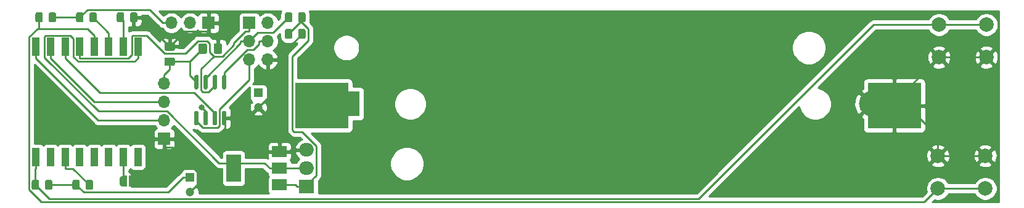
<source format=gbr>
%TF.GenerationSoftware,KiCad,Pcbnew,(5.1.9)-1*%
%TF.CreationDate,2021-03-29T21:17:45+02:00*%
%TF.ProjectId,ESP_Windowsensor,4553505f-5769-46e6-946f-7773656e736f,rev?*%
%TF.SameCoordinates,Original*%
%TF.FileFunction,Copper,L1,Top*%
%TF.FilePolarity,Positive*%
%FSLAX46Y46*%
G04 Gerber Fmt 4.6, Leading zero omitted, Abs format (unit mm)*
G04 Created by KiCad (PCBNEW (5.1.9)-1) date 2021-03-29 21:17:45*
%MOMM*%
%LPD*%
G01*
G04 APERTURE LIST*
%TA.AperFunction,ComponentPad*%
%ADD10C,2.000000*%
%TD*%
%TA.AperFunction,ComponentPad*%
%ADD11O,1.700000X1.700000*%
%TD*%
%TA.AperFunction,ComponentPad*%
%ADD12R,1.700000X1.700000*%
%TD*%
%TA.AperFunction,ComponentPad*%
%ADD13C,1.200000*%
%TD*%
%TA.AperFunction,ComponentPad*%
%ADD14R,1.200000X1.200000*%
%TD*%
%TA.AperFunction,SMDPad,CuDef*%
%ADD15C,0.100000*%
%TD*%
%TA.AperFunction,ComponentPad*%
%ADD16O,2.000000X1.905000*%
%TD*%
%TA.AperFunction,ComponentPad*%
%ADD17R,2.000000X1.905000*%
%TD*%
%TA.AperFunction,ComponentPad*%
%ADD18R,3.500000X3.500000*%
%TD*%
%TA.AperFunction,ComponentPad*%
%ADD19C,3.500000*%
%TD*%
%TA.AperFunction,SMDPad,CuDef*%
%ADD20R,2.000000X1.500000*%
%TD*%
%TA.AperFunction,SMDPad,CuDef*%
%ADD21R,2.000000X3.800000*%
%TD*%
%TA.AperFunction,SMDPad,CuDef*%
%ADD22R,1.000000X2.500000*%
%TD*%
%TA.AperFunction,SMDPad,CuDef*%
%ADD23R,7.340000X6.350000*%
%TD*%
%TA.AperFunction,ViaPad*%
%ADD24C,0.800000*%
%TD*%
%TA.AperFunction,Conductor*%
%ADD25C,0.250000*%
%TD*%
%TA.AperFunction,Conductor*%
%ADD26C,0.254000*%
%TD*%
%TA.AperFunction,Conductor*%
%ADD27C,0.100000*%
%TD*%
G04 APERTURE END LIST*
D10*
%TO.P,SW3,1*%
%TO.N,ESP_BOOT*%
X174856000Y-87122000D03*
%TO.P,SW3,2*%
%TO.N,GND*%
X174856000Y-82622000D03*
%TO.P,SW3,1*%
%TO.N,ESP_BOOT*%
X181356000Y-87122000D03*
%TO.P,SW3,2*%
%TO.N,GND*%
X181356000Y-82622000D03*
%TD*%
%TO.P,SW2,1*%
%TO.N,ESP_RST*%
X181506000Y-64516000D03*
%TO.P,SW2,2*%
%TO.N,GND*%
X181506000Y-69016000D03*
%TO.P,SW2,1*%
%TO.N,ESP_RST*%
X175006000Y-64516000D03*
%TO.P,SW2,2*%
%TO.N,GND*%
X175006000Y-69016000D03*
%TD*%
%TO.P,R7,2*%
%TO.N,ESP_BOOT*%
%TA.AperFunction,SMDPad,CuDef*%
G36*
G01*
X51924000Y-63049999D02*
X51924000Y-63950001D01*
G75*
G02*
X51674001Y-64200000I-249999J0D01*
G01*
X51148999Y-64200000D01*
G75*
G02*
X50899000Y-63950001I0J249999D01*
G01*
X50899000Y-63049999D01*
G75*
G02*
X51148999Y-62800000I249999J0D01*
G01*
X51674001Y-62800000D01*
G75*
G02*
X51924000Y-63049999I0J-249999D01*
G01*
G37*
%TD.AperFunction*%
%TO.P,R7,1*%
%TO.N,+BATT*%
%TA.AperFunction,SMDPad,CuDef*%
G36*
G01*
X53749000Y-63049999D02*
X53749000Y-63950001D01*
G75*
G02*
X53499001Y-64200000I-249999J0D01*
G01*
X52973999Y-64200000D01*
G75*
G02*
X52724000Y-63950001I0J249999D01*
G01*
X52724000Y-63049999D01*
G75*
G02*
X52973999Y-62800000I249999J0D01*
G01*
X53499001Y-62800000D01*
G75*
G02*
X53749000Y-63049999I0J-249999D01*
G01*
G37*
%TD.AperFunction*%
%TD*%
%TO.P,R6,2*%
%TO.N,ESP_RST*%
%TA.AperFunction,SMDPad,CuDef*%
G36*
G01*
X51416000Y-86163999D02*
X51416000Y-87064001D01*
G75*
G02*
X51166001Y-87314000I-249999J0D01*
G01*
X50640999Y-87314000D01*
G75*
G02*
X50391000Y-87064001I0J249999D01*
G01*
X50391000Y-86163999D01*
G75*
G02*
X50640999Y-85914000I249999J0D01*
G01*
X51166001Y-85914000D01*
G75*
G02*
X51416000Y-86163999I0J-249999D01*
G01*
G37*
%TD.AperFunction*%
%TO.P,R6,1*%
%TO.N,+BATT*%
%TA.AperFunction,SMDPad,CuDef*%
G36*
G01*
X53241000Y-86163999D02*
X53241000Y-87064001D01*
G75*
G02*
X52991001Y-87314000I-249999J0D01*
G01*
X52465999Y-87314000D01*
G75*
G02*
X52216000Y-87064001I0J249999D01*
G01*
X52216000Y-86163999D01*
G75*
G02*
X52465999Y-85914000I249999J0D01*
G01*
X52991001Y-85914000D01*
G75*
G02*
X53241000Y-86163999I0J-249999D01*
G01*
G37*
%TD.AperFunction*%
%TD*%
%TO.P,R5,2*%
%TO.N,GND*%
%TA.AperFunction,SMDPad,CuDef*%
G36*
G01*
X63900000Y-63950001D02*
X63900000Y-63049999D01*
G75*
G02*
X64149999Y-62800000I249999J0D01*
G01*
X64675001Y-62800000D01*
G75*
G02*
X64925000Y-63049999I0J-249999D01*
G01*
X64925000Y-63950001D01*
G75*
G02*
X64675001Y-64200000I-249999J0D01*
G01*
X64149999Y-64200000D01*
G75*
G02*
X63900000Y-63950001I0J249999D01*
G01*
G37*
%TD.AperFunction*%
%TO.P,R5,1*%
%TO.N,Net-(IC2-Pad10)*%
%TA.AperFunction,SMDPad,CuDef*%
G36*
G01*
X62075000Y-63950001D02*
X62075000Y-63049999D01*
G75*
G02*
X62324999Y-62800000I249999J0D01*
G01*
X62850001Y-62800000D01*
G75*
G02*
X63100000Y-63049999I0J-249999D01*
G01*
X63100000Y-63950001D01*
G75*
G02*
X62850001Y-64200000I-249999J0D01*
G01*
X62324999Y-64200000D01*
G75*
G02*
X62075000Y-63950001I0J249999D01*
G01*
G37*
%TD.AperFunction*%
%TD*%
%TO.P,R4,2*%
%TO.N,Net-(IC2-Pad3)*%
%TA.AperFunction,SMDPad,CuDef*%
G36*
G01*
X57804000Y-87064001D02*
X57804000Y-86163999D01*
G75*
G02*
X58053999Y-85914000I249999J0D01*
G01*
X58579001Y-85914000D01*
G75*
G02*
X58829000Y-86163999I0J-249999D01*
G01*
X58829000Y-87064001D01*
G75*
G02*
X58579001Y-87314000I-249999J0D01*
G01*
X58053999Y-87314000D01*
G75*
G02*
X57804000Y-87064001I0J249999D01*
G01*
G37*
%TD.AperFunction*%
%TO.P,R4,1*%
%TO.N,+BATT*%
%TA.AperFunction,SMDPad,CuDef*%
G36*
G01*
X55979000Y-87064001D02*
X55979000Y-86163999D01*
G75*
G02*
X56228999Y-85914000I249999J0D01*
G01*
X56754001Y-85914000D01*
G75*
G02*
X57004000Y-86163999I0J-249999D01*
G01*
X57004000Y-87064001D01*
G75*
G02*
X56754001Y-87314000I-249999J0D01*
G01*
X56228999Y-87314000D01*
G75*
G02*
X55979000Y-87064001I0J249999D01*
G01*
G37*
%TD.AperFunction*%
%TD*%
D11*
%TO.P,J2,4*%
%TO.N,+BATT*%
X68580000Y-72644000D03*
%TO.P,J2,3*%
%TO.N,RX*%
X68580000Y-75184000D03*
%TO.P,J2,2*%
%TO.N,TX*%
X68580000Y-77724000D03*
D12*
%TO.P,J2,1*%
%TO.N,GND*%
X68580000Y-80264000D03*
%TD*%
%TO.P,C4,2*%
%TO.N,GND*%
%TA.AperFunction,SMDPad,CuDef*%
G36*
G01*
X75380000Y-68293000D02*
X75380000Y-67343000D01*
G75*
G02*
X75630000Y-67093000I250000J0D01*
G01*
X76305000Y-67093000D01*
G75*
G02*
X76555000Y-67343000I0J-250000D01*
G01*
X76555000Y-68293000D01*
G75*
G02*
X76305000Y-68543000I-250000J0D01*
G01*
X75630000Y-68543000D01*
G75*
G02*
X75380000Y-68293000I0J250000D01*
G01*
G37*
%TD.AperFunction*%
%TO.P,C4,1*%
%TO.N,+BATT*%
%TA.AperFunction,SMDPad,CuDef*%
G36*
G01*
X73305000Y-68293000D02*
X73305000Y-67343000D01*
G75*
G02*
X73555000Y-67093000I250000J0D01*
G01*
X74230000Y-67093000D01*
G75*
G02*
X74480000Y-67343000I0J-250000D01*
G01*
X74480000Y-68293000D01*
G75*
G02*
X74230000Y-68543000I-250000J0D01*
G01*
X73555000Y-68543000D01*
G75*
G02*
X73305000Y-68293000I0J250000D01*
G01*
G37*
%TD.AperFunction*%
%TD*%
%TO.P,C3,2*%
%TO.N,GND*%
%TA.AperFunction,SMDPad,CuDef*%
G36*
G01*
X69817000Y-68130000D02*
X68867000Y-68130000D01*
G75*
G02*
X68617000Y-67880000I0J250000D01*
G01*
X68617000Y-67205000D01*
G75*
G02*
X68867000Y-66955000I250000J0D01*
G01*
X69817000Y-66955000D01*
G75*
G02*
X70067000Y-67205000I0J-250000D01*
G01*
X70067000Y-67880000D01*
G75*
G02*
X69817000Y-68130000I-250000J0D01*
G01*
G37*
%TD.AperFunction*%
%TO.P,C3,1*%
%TO.N,+BATT*%
%TA.AperFunction,SMDPad,CuDef*%
G36*
G01*
X69817000Y-70205000D02*
X68867000Y-70205000D01*
G75*
G02*
X68617000Y-69955000I0J250000D01*
G01*
X68617000Y-69280000D01*
G75*
G02*
X68867000Y-69030000I250000J0D01*
G01*
X69817000Y-69030000D01*
G75*
G02*
X70067000Y-69280000I0J-250000D01*
G01*
X70067000Y-69955000D01*
G75*
G02*
X69817000Y-70205000I-250000J0D01*
G01*
G37*
%TD.AperFunction*%
%TD*%
D13*
%TO.P,C2,2*%
%TO.N,GND*%
X81534000Y-75914000D03*
D14*
%TO.P,C2,1*%
%TO.N,+BATT*%
X81534000Y-73914000D03*
%TD*%
D13*
%TO.P,C1,2*%
%TO.N,GND*%
X72136000Y-87598000D03*
D14*
%TO.P,C1,1*%
%TO.N,+BATT*%
X72136000Y-85598000D03*
%TD*%
%TO.P,R3,2*%
%TO.N,GND*%
%TA.AperFunction,SMDPad,CuDef*%
G36*
G01*
X86982000Y-66236001D02*
X86982000Y-65335999D01*
G75*
G02*
X87231999Y-65086000I249999J0D01*
G01*
X87757001Y-65086000D01*
G75*
G02*
X88007000Y-65335999I0J-249999D01*
G01*
X88007000Y-66236001D01*
G75*
G02*
X87757001Y-66486000I-249999J0D01*
G01*
X87231999Y-66486000D01*
G75*
G02*
X86982000Y-66236001I0J249999D01*
G01*
G37*
%TD.AperFunction*%
%TO.P,R3,1*%
%TO.N,ESP_ON*%
%TA.AperFunction,SMDPad,CuDef*%
G36*
G01*
X85157000Y-66236001D02*
X85157000Y-65335999D01*
G75*
G02*
X85406999Y-65086000I249999J0D01*
G01*
X85932001Y-65086000D01*
G75*
G02*
X86182000Y-65335999I0J-249999D01*
G01*
X86182000Y-66236001D01*
G75*
G02*
X85932001Y-66486000I-249999J0D01*
G01*
X85406999Y-66486000D01*
G75*
G02*
X85157000Y-66236001I0J249999D01*
G01*
G37*
%TD.AperFunction*%
%TD*%
%TO.P,R2,2*%
%TO.N,ESP_ON*%
%TA.AperFunction,SMDPad,CuDef*%
G36*
G01*
X86982000Y-63950001D02*
X86982000Y-63049999D01*
G75*
G02*
X87231999Y-62800000I249999J0D01*
G01*
X87757001Y-62800000D01*
G75*
G02*
X88007000Y-63049999I0J-249999D01*
G01*
X88007000Y-63950001D01*
G75*
G02*
X87757001Y-64200000I-249999J0D01*
G01*
X87231999Y-64200000D01*
G75*
G02*
X86982000Y-63950001I0J249999D01*
G01*
G37*
%TD.AperFunction*%
%TO.P,R2,1*%
%TO.N,ISP_SCK*%
%TA.AperFunction,SMDPad,CuDef*%
G36*
G01*
X85157000Y-63950001D02*
X85157000Y-63049999D01*
G75*
G02*
X85406999Y-62800000I249999J0D01*
G01*
X85932001Y-62800000D01*
G75*
G02*
X86182000Y-63049999I0J-249999D01*
G01*
X86182000Y-63950001D01*
G75*
G02*
X85932001Y-64200000I-249999J0D01*
G01*
X85406999Y-64200000D01*
G75*
G02*
X85157000Y-63950001I0J249999D01*
G01*
G37*
%TD.AperFunction*%
%TD*%
D11*
%TO.P,J1,6*%
%TO.N,GND*%
X82804000Y-69342000D03*
%TO.P,J1,5*%
%TO.N,ISP_RST*%
X80264000Y-69342000D03*
%TO.P,J1,4*%
%TO.N,ISP_MOSI*%
X82804000Y-66802000D03*
%TO.P,J1,3*%
%TO.N,ISP_SCK*%
X80264000Y-66802000D03*
%TO.P,J1,2*%
%TO.N,+BATT*%
X82804000Y-64262000D03*
D12*
%TO.P,J1,1*%
%TO.N,ISP_MISO*%
X80264000Y-64262000D03*
%TD*%
%TA.AperFunction,SMDPad,CuDef*%
D15*
%TO.P,WIFI_RESET,2*%
%TO.N,Net-(IC2-Pad7)*%
G36*
X62962000Y-86855398D02*
G01*
X62937466Y-86855398D01*
X62888635Y-86850588D01*
X62840510Y-86841016D01*
X62793555Y-86826772D01*
X62748222Y-86807995D01*
X62704949Y-86784864D01*
X62664150Y-86757604D01*
X62626221Y-86726476D01*
X62591524Y-86691779D01*
X62560396Y-86653850D01*
X62533136Y-86613051D01*
X62510005Y-86569778D01*
X62491228Y-86524445D01*
X62476984Y-86477490D01*
X62467412Y-86429365D01*
X62462602Y-86380534D01*
X62462602Y-86356000D01*
X62462000Y-86356000D01*
X62462000Y-85856000D01*
X62462602Y-85856000D01*
X62462602Y-85831466D01*
X62467412Y-85782635D01*
X62476984Y-85734510D01*
X62491228Y-85687555D01*
X62510005Y-85642222D01*
X62533136Y-85598949D01*
X62560396Y-85558150D01*
X62591524Y-85520221D01*
X62626221Y-85485524D01*
X62664150Y-85454396D01*
X62704949Y-85427136D01*
X62748222Y-85404005D01*
X62793555Y-85385228D01*
X62840510Y-85370984D01*
X62888635Y-85361412D01*
X62937466Y-85356602D01*
X62962000Y-85356602D01*
X62962000Y-85356000D01*
X63462000Y-85356000D01*
X63462000Y-86856000D01*
X62962000Y-86856000D01*
X62962000Y-86855398D01*
G37*
%TD.AperFunction*%
%TA.AperFunction,SMDPad,CuDef*%
%TO.P,WIFI_RESET,1*%
%TO.N,GND*%
G36*
X63762000Y-85356000D02*
G01*
X64262000Y-85356000D01*
X64262000Y-85356602D01*
X64286534Y-85356602D01*
X64335365Y-85361412D01*
X64383490Y-85370984D01*
X64430445Y-85385228D01*
X64475778Y-85404005D01*
X64519051Y-85427136D01*
X64559850Y-85454396D01*
X64597779Y-85485524D01*
X64632476Y-85520221D01*
X64663604Y-85558150D01*
X64690864Y-85598949D01*
X64713995Y-85642222D01*
X64732772Y-85687555D01*
X64747016Y-85734510D01*
X64756588Y-85782635D01*
X64761398Y-85831466D01*
X64761398Y-85856000D01*
X64762000Y-85856000D01*
X64762000Y-86356000D01*
X64761398Y-86356000D01*
X64761398Y-86380534D01*
X64756588Y-86429365D01*
X64747016Y-86477490D01*
X64732772Y-86524445D01*
X64713995Y-86569778D01*
X64690864Y-86613051D01*
X64663604Y-86653850D01*
X64632476Y-86691779D01*
X64597779Y-86726476D01*
X64559850Y-86757604D01*
X64519051Y-86784864D01*
X64475778Y-86807995D01*
X64430445Y-86826772D01*
X64383490Y-86841016D01*
X64335365Y-86850588D01*
X64286534Y-86855398D01*
X64262000Y-86855398D01*
X64262000Y-86856000D01*
X63762000Y-86856000D01*
X63762000Y-85356000D01*
G37*
%TD.AperFunction*%
%TD*%
D16*
%TO.P,Q2,3*%
%TO.N,GND*%
X88138000Y-81788000D03*
%TO.P,Q2,2*%
%TO.N,Net-(IC2-Pad9)*%
X88138000Y-84328000D03*
D17*
%TO.P,Q2,1*%
%TO.N,ESP_ON*%
X88138000Y-86868000D03*
%TD*%
D18*
%TO.P,BT2,1*%
%TO.N,+BATT*%
X93726000Y-75438000D03*
D19*
%TO.P,BT2,2*%
%TO.N,GND*%
X165726000Y-75438000D03*
%TD*%
D11*
%TO.P,SW1,3*%
%TO.N,+BATT*%
X69596000Y-64262000D03*
%TO.P,SW1,2*%
%TO.N,SENSOR*%
X72136000Y-64262000D03*
D12*
%TO.P,SW1,1*%
%TO.N,GND*%
X74676000Y-64262000D03*
%TD*%
%TO.P,R1,2*%
%TO.N,Net-(IC2-Pad11)*%
%TA.AperFunction,SMDPad,CuDef*%
G36*
G01*
X58312000Y-63950001D02*
X58312000Y-63049999D01*
G75*
G02*
X58561999Y-62800000I249999J0D01*
G01*
X59087001Y-62800000D01*
G75*
G02*
X59337000Y-63049999I0J-249999D01*
G01*
X59337000Y-63950001D01*
G75*
G02*
X59087001Y-64200000I-249999J0D01*
G01*
X58561999Y-64200000D01*
G75*
G02*
X58312000Y-63950001I0J249999D01*
G01*
G37*
%TD.AperFunction*%
%TO.P,R1,1*%
%TO.N,+BATT*%
%TA.AperFunction,SMDPad,CuDef*%
G36*
G01*
X56487000Y-63950001D02*
X56487000Y-63049999D01*
G75*
G02*
X56736999Y-62800000I249999J0D01*
G01*
X57262001Y-62800000D01*
G75*
G02*
X57512000Y-63049999I0J-249999D01*
G01*
X57512000Y-63950001D01*
G75*
G02*
X57262001Y-64200000I-249999J0D01*
G01*
X56736999Y-64200000D01*
G75*
G02*
X56487000Y-63950001I0J249999D01*
G01*
G37*
%TD.AperFunction*%
%TD*%
D20*
%TO.P,Q1,1*%
%TO.N,ESP_ON*%
X84430000Y-86628000D03*
%TO.P,Q1,3*%
%TO.N,GND*%
X84430000Y-82028000D03*
%TO.P,Q1,2*%
%TO.N,Net-(IC2-Pad9)*%
X84430000Y-84328000D03*
D21*
X78130000Y-84328000D03*
%TD*%
D22*
%TO.P,IC2,1*%
%TO.N,ESP_RST*%
X50980000Y-82784000D03*
%TO.P,IC2,2*%
%TO.N,Net-(IC2-Pad2)*%
X52980000Y-82784000D03*
%TO.P,IC2,3*%
%TO.N,Net-(IC2-Pad3)*%
X54980000Y-82784000D03*
%TO.P,IC2,4*%
%TO.N,Net-(IC2-Pad4)*%
X56980000Y-82784000D03*
%TO.P,IC2,5*%
%TO.N,Net-(IC2-Pad5)*%
X58980000Y-82784000D03*
%TO.P,IC2,6*%
%TO.N,Net-(IC2-Pad6)*%
X60980000Y-82784000D03*
%TO.P,IC2,7*%
%TO.N,Net-(IC2-Pad7)*%
X62980000Y-82784000D03*
%TO.P,IC2,8*%
%TO.N,Net-(IC2-Pad8)*%
X64980000Y-82784000D03*
%TO.P,IC2,9*%
%TO.N,Net-(IC2-Pad9)*%
X64980000Y-67584000D03*
%TO.P,IC2,10*%
%TO.N,Net-(IC2-Pad10)*%
X62980000Y-67584000D03*
%TO.P,IC2,11*%
%TO.N,Net-(IC2-Pad11)*%
X60980000Y-67584000D03*
%TO.P,IC2,12*%
%TO.N,ESP_BOOT*%
X58980000Y-67584000D03*
%TO.P,IC2,13*%
%TO.N,ISP_MISO*%
X56980000Y-67584000D03*
%TO.P,IC2,14*%
%TO.N,ESP_READY*%
X54980000Y-67584000D03*
%TO.P,IC2,15*%
%TO.N,RX*%
X52980000Y-67584000D03*
%TO.P,IC2,16*%
%TO.N,TX*%
X50980000Y-67584000D03*
%TD*%
%TO.P,IC1,8*%
%TO.N,+BATT*%
%TA.AperFunction,SMDPad,CuDef*%
G36*
G01*
X73175000Y-73430000D02*
X72875000Y-73430000D01*
G75*
G02*
X72725000Y-73280000I0J150000D01*
G01*
X72725000Y-71630000D01*
G75*
G02*
X72875000Y-71480000I150000J0D01*
G01*
X73175000Y-71480000D01*
G75*
G02*
X73325000Y-71630000I0J-150000D01*
G01*
X73325000Y-73280000D01*
G75*
G02*
X73175000Y-73430000I-150000J0D01*
G01*
G37*
%TD.AperFunction*%
%TO.P,IC1,7*%
%TO.N,ISP_SCK*%
%TA.AperFunction,SMDPad,CuDef*%
G36*
G01*
X74445000Y-73430000D02*
X74145000Y-73430000D01*
G75*
G02*
X73995000Y-73280000I0J150000D01*
G01*
X73995000Y-71630000D01*
G75*
G02*
X74145000Y-71480000I150000J0D01*
G01*
X74445000Y-71480000D01*
G75*
G02*
X74595000Y-71630000I0J-150000D01*
G01*
X74595000Y-73280000D01*
G75*
G02*
X74445000Y-73430000I-150000J0D01*
G01*
G37*
%TD.AperFunction*%
%TO.P,IC1,6*%
%TO.N,ISP_MISO*%
%TA.AperFunction,SMDPad,CuDef*%
G36*
G01*
X75715000Y-73430000D02*
X75415000Y-73430000D01*
G75*
G02*
X75265000Y-73280000I0J150000D01*
G01*
X75265000Y-71630000D01*
G75*
G02*
X75415000Y-71480000I150000J0D01*
G01*
X75715000Y-71480000D01*
G75*
G02*
X75865000Y-71630000I0J-150000D01*
G01*
X75865000Y-73280000D01*
G75*
G02*
X75715000Y-73430000I-150000J0D01*
G01*
G37*
%TD.AperFunction*%
%TO.P,IC1,5*%
%TO.N,ISP_MOSI*%
%TA.AperFunction,SMDPad,CuDef*%
G36*
G01*
X76985000Y-73430000D02*
X76685000Y-73430000D01*
G75*
G02*
X76535000Y-73280000I0J150000D01*
G01*
X76535000Y-71630000D01*
G75*
G02*
X76685000Y-71480000I150000J0D01*
G01*
X76985000Y-71480000D01*
G75*
G02*
X77135000Y-71630000I0J-150000D01*
G01*
X77135000Y-73280000D01*
G75*
G02*
X76985000Y-73430000I-150000J0D01*
G01*
G37*
%TD.AperFunction*%
%TO.P,IC1,4*%
%TO.N,GND*%
%TA.AperFunction,SMDPad,CuDef*%
G36*
G01*
X76985000Y-78380000D02*
X76685000Y-78380000D01*
G75*
G02*
X76535000Y-78230000I0J150000D01*
G01*
X76535000Y-76580000D01*
G75*
G02*
X76685000Y-76430000I150000J0D01*
G01*
X76985000Y-76430000D01*
G75*
G02*
X77135000Y-76580000I0J-150000D01*
G01*
X77135000Y-78230000D01*
G75*
G02*
X76985000Y-78380000I-150000J0D01*
G01*
G37*
%TD.AperFunction*%
%TO.P,IC1,3*%
%TO.N,ESP_READY*%
%TA.AperFunction,SMDPad,CuDef*%
G36*
G01*
X75715000Y-78380000D02*
X75415000Y-78380000D01*
G75*
G02*
X75265000Y-78230000I0J150000D01*
G01*
X75265000Y-76580000D01*
G75*
G02*
X75415000Y-76430000I150000J0D01*
G01*
X75715000Y-76430000D01*
G75*
G02*
X75865000Y-76580000I0J-150000D01*
G01*
X75865000Y-78230000D01*
G75*
G02*
X75715000Y-78380000I-150000J0D01*
G01*
G37*
%TD.AperFunction*%
%TO.P,IC1,2*%
%TO.N,SENSOR*%
%TA.AperFunction,SMDPad,CuDef*%
G36*
G01*
X74445000Y-78380000D02*
X74145000Y-78380000D01*
G75*
G02*
X73995000Y-78230000I0J150000D01*
G01*
X73995000Y-76580000D01*
G75*
G02*
X74145000Y-76430000I150000J0D01*
G01*
X74445000Y-76430000D01*
G75*
G02*
X74595000Y-76580000I0J-150000D01*
G01*
X74595000Y-78230000D01*
G75*
G02*
X74445000Y-78380000I-150000J0D01*
G01*
G37*
%TD.AperFunction*%
%TO.P,IC1,1*%
%TO.N,ISP_RST*%
%TA.AperFunction,SMDPad,CuDef*%
G36*
G01*
X73175000Y-78380000D02*
X72875000Y-78380000D01*
G75*
G02*
X72725000Y-78230000I0J150000D01*
G01*
X72725000Y-76580000D01*
G75*
G02*
X72875000Y-76430000I150000J0D01*
G01*
X73175000Y-76430000D01*
G75*
G02*
X73325000Y-76580000I0J-150000D01*
G01*
X73325000Y-78230000D01*
G75*
G02*
X73175000Y-78380000I-150000J0D01*
G01*
G37*
%TD.AperFunction*%
%TD*%
D23*
%TO.P,BT1,2*%
%TO.N,GND*%
X168870000Y-75692000D03*
%TO.P,BT1,1*%
%TO.N,+BATT*%
X90210000Y-75692000D03*
%TD*%
D24*
%TO.N,SENSOR*%
X73693000Y-75911200D03*
%TD*%
D25*
%TO.N,GND*%
X175006000Y-69016000D02*
X181506000Y-69016000D01*
X82804000Y-69342000D02*
X83979300Y-69342000D01*
X83979300Y-69342000D02*
X87494500Y-65826800D01*
X87494500Y-65826800D02*
X87494500Y-65786000D01*
X168870000Y-75692000D02*
X168870000Y-73941800D01*
X169475100Y-74546900D02*
X175006000Y-69016000D01*
X168870000Y-73941800D02*
X169475100Y-74546900D01*
X84430000Y-82028000D02*
X84430000Y-80952700D01*
X80788500Y-77311200D02*
X84430000Y-80952700D01*
X168870000Y-75692000D02*
X165980000Y-75692000D01*
X165980000Y-75692000D02*
X165726000Y-75438000D01*
X169475100Y-74546900D02*
X174856000Y-79927800D01*
X174856000Y-79927800D02*
X174856000Y-82622000D01*
X174856000Y-82622000D02*
X181356000Y-82622000D01*
X74676000Y-65437300D02*
X75967500Y-66728800D01*
X75967500Y-66728800D02*
X75967500Y-67818000D01*
X74676000Y-64262000D02*
X74676000Y-65437300D01*
X64412500Y-63500000D02*
X65299500Y-63500000D01*
X65299500Y-63500000D02*
X69342000Y-67542500D01*
X69342000Y-67542500D02*
X71447200Y-65437300D01*
X71447200Y-65437300D02*
X74676000Y-65437300D01*
X88138000Y-81788000D02*
X85995300Y-81788000D01*
X85995300Y-81788000D02*
X85755300Y-82028000D01*
X84430000Y-82028000D02*
X85755300Y-82028000D01*
X80788500Y-77311200D02*
X80788500Y-76659500D01*
X80788500Y-76659500D02*
X81534000Y-75914000D01*
X81534000Y-75914000D02*
X82804000Y-74644000D01*
X82804000Y-74644000D02*
X82804000Y-69342000D01*
X76835000Y-77405000D02*
X80694700Y-77405000D01*
X80694700Y-77405000D02*
X80788500Y-77311200D01*
X68580000Y-81439300D02*
X69681800Y-81439300D01*
X69681800Y-81439300D02*
X73097000Y-84854500D01*
X73097000Y-84854500D02*
X73097000Y-86637000D01*
X73097000Y-86637000D02*
X72136000Y-87598000D01*
X68580000Y-80264000D02*
X68580000Y-81439300D01*
X68580000Y-81439300D02*
X68580000Y-81788000D01*
X68580000Y-81788000D02*
X64262000Y-86106000D01*
%TO.N,+BATT*%
X72093000Y-69617500D02*
X72093000Y-71523000D01*
X72093000Y-71523000D02*
X73025000Y-72455000D01*
X73892500Y-67818000D02*
X72093000Y-69617500D01*
X72093000Y-69617500D02*
X69342000Y-69617500D01*
X90210000Y-75692000D02*
X91396700Y-75692000D01*
X91396700Y-75692000D02*
X91650700Y-75438000D01*
X93726000Y-75438000D02*
X91650700Y-75438000D01*
X69596000Y-64262000D02*
X68420700Y-64262000D01*
X72136000Y-85598000D02*
X71210700Y-85598000D01*
X68580000Y-71468700D02*
X69342000Y-70706700D01*
X69342000Y-70706700D02*
X69342000Y-69617500D01*
X68580000Y-72644000D02*
X68580000Y-71468700D01*
X71210700Y-85598000D02*
X69168400Y-87640300D01*
X69168400Y-87640300D02*
X57517800Y-87640300D01*
X57517800Y-87640300D02*
X56491500Y-86614000D01*
X52728500Y-86614000D02*
X56491500Y-86614000D01*
X68420700Y-64262000D02*
X66618700Y-62460000D01*
X66618700Y-62460000D02*
X58039500Y-62460000D01*
X58039500Y-62460000D02*
X56999500Y-63500000D01*
X56999500Y-63500000D02*
X53236500Y-63500000D01*
%TO.N,ESP_ON*%
X84430000Y-86628000D02*
X86572700Y-86628000D01*
X86572700Y-86628000D02*
X86812700Y-86868000D01*
X88138000Y-86868000D02*
X87887100Y-86868000D01*
X87887100Y-86868000D02*
X86812700Y-86868000D01*
X87887100Y-86868000D02*
X89470900Y-85284200D01*
X89470900Y-85284200D02*
X89470900Y-81223100D01*
X89470900Y-81223100D02*
X87533600Y-79285800D01*
X87533600Y-79285800D02*
X86461900Y-79285800D01*
X86461900Y-79285800D02*
X86214600Y-79038500D01*
X86214600Y-79038500D02*
X86214600Y-68867900D01*
X86214600Y-68867900D02*
X88356600Y-66725900D01*
X88356600Y-66725900D02*
X88356600Y-65061000D01*
X88356600Y-65061000D02*
X87375600Y-64079900D01*
X87494500Y-63500000D02*
X87494500Y-63961000D01*
X87494500Y-63961000D02*
X87375600Y-64079900D01*
X87375600Y-64079900D02*
X85669500Y-65786000D01*
%TO.N,SENSOR*%
X74295000Y-77405000D02*
X74295000Y-76513200D01*
X74295000Y-76513200D02*
X73693000Y-75911200D01*
%TO.N,Net-(IC2-Pad7)*%
X62980000Y-82784000D02*
X62980000Y-86088000D01*
X62980000Y-86088000D02*
X62962000Y-86106000D01*
%TO.N,Net-(IC2-Pad9)*%
X78130000Y-84328000D02*
X78130000Y-83603000D01*
X88138000Y-84328000D02*
X86812700Y-84328000D01*
X78130000Y-83603000D02*
X82379700Y-83603000D01*
X82379700Y-83603000D02*
X83104700Y-84328000D01*
X84430000Y-84328000D02*
X86812700Y-84328000D01*
X84430000Y-84328000D02*
X83104700Y-84328000D01*
X64980000Y-69159300D02*
X64529500Y-69609800D01*
X64529500Y-69609800D02*
X56789300Y-69609800D01*
X56789300Y-69609800D02*
X56154600Y-68975100D01*
X56154600Y-68975100D02*
X56154600Y-66472100D01*
X56154600Y-66472100D02*
X55691100Y-66008600D01*
X55691100Y-66008600D02*
X52337400Y-66008600D01*
X52337400Y-66008600D02*
X52154600Y-66191400D01*
X52154600Y-66191400D02*
X52154600Y-69032600D01*
X52154600Y-69032600D02*
X59576000Y-76454000D01*
X59576000Y-76454000D02*
X68981100Y-76454000D01*
X68981100Y-76454000D02*
X76130100Y-83603000D01*
X76130100Y-83603000D02*
X78130000Y-83603000D01*
X64980000Y-67584000D02*
X64980000Y-69159300D01*
%TO.N,Net-(IC2-Pad10)*%
X62980000Y-67584000D02*
X62980000Y-63892500D01*
X62980000Y-63892500D02*
X62587500Y-63500000D01*
%TO.N,Net-(IC2-Pad11)*%
X60980000Y-67584000D02*
X60980000Y-65655500D01*
X60980000Y-65655500D02*
X58824500Y-63500000D01*
%TO.N,ISP_SCK*%
X80264000Y-66802000D02*
X81439400Y-65626600D01*
X81439400Y-65626600D02*
X83542900Y-65626600D01*
X83542900Y-65626600D02*
X85669500Y-63500000D01*
X80264000Y-66802000D02*
X79088700Y-66802000D01*
X74295000Y-72455000D02*
X74295000Y-71835800D01*
X74295000Y-71835800D02*
X79088700Y-67042100D01*
X79088700Y-67042100D02*
X79088700Y-66802000D01*
%TO.N,ISP_MISO*%
X80264000Y-64262000D02*
X80264000Y-65437300D01*
X56980000Y-67584000D02*
X56980000Y-69159300D01*
X75565000Y-72455000D02*
X75565000Y-72861300D01*
X75565000Y-72861300D02*
X74630200Y-73796100D01*
X74630200Y-73796100D02*
X73924500Y-73796100D01*
X73924500Y-73796100D02*
X73660000Y-73531600D01*
X73660000Y-73531600D02*
X73660000Y-70634600D01*
X73660000Y-70634600D02*
X75405100Y-68889500D01*
X80264000Y-65437300D02*
X79756700Y-65437300D01*
X79756700Y-65437300D02*
X78167600Y-67026400D01*
X78167600Y-67026400D02*
X78167600Y-67287900D01*
X78167600Y-67287900D02*
X76566000Y-68889500D01*
X76566000Y-68889500D02*
X75405100Y-68889500D01*
X75405100Y-68889500D02*
X74849100Y-68333500D01*
X74849100Y-68333500D02*
X74849100Y-67145600D01*
X74849100Y-67145600D02*
X74460200Y-66756700D01*
X74460200Y-66756700D02*
X73260800Y-66756700D01*
X73260800Y-66756700D02*
X71518400Y-68499100D01*
X71518400Y-68499100D02*
X68649300Y-68499100D01*
X68649300Y-68499100D02*
X66158800Y-66008600D01*
X66158800Y-66008600D02*
X64279900Y-66008600D01*
X64279900Y-66008600D02*
X64154600Y-66133900D01*
X64154600Y-66133900D02*
X64154600Y-68664200D01*
X64154600Y-68664200D02*
X63659500Y-69159300D01*
X63659500Y-69159300D02*
X56980000Y-69159300D01*
%TO.N,ISP_MOSI*%
X76835000Y-72455000D02*
X76835000Y-71102800D01*
X76835000Y-71102800D02*
X79960500Y-67977300D01*
X79960500Y-67977300D02*
X80820800Y-67977300D01*
X80820800Y-67977300D02*
X81628700Y-67169400D01*
X81628700Y-67169400D02*
X81628700Y-66802000D01*
X82804000Y-66802000D02*
X81628700Y-66802000D01*
%TO.N,ESP_READY*%
X75565000Y-77405000D02*
X75565000Y-76754400D01*
X75565000Y-76754400D02*
X72724600Y-73914000D01*
X72724600Y-73914000D02*
X59734700Y-73914000D01*
X59734700Y-73914000D02*
X54980000Y-69159300D01*
X54980000Y-67584000D02*
X54980000Y-69159300D01*
%TO.N,ISP_RST*%
X73025000Y-77405000D02*
X73025000Y-77868600D01*
X73025000Y-77868600D02*
X73866300Y-78709900D01*
X73866300Y-78709900D02*
X75944500Y-78709900D01*
X75944500Y-78709900D02*
X76200000Y-78454400D01*
X76200000Y-78454400D02*
X76200000Y-76191000D01*
X76200000Y-76191000D02*
X80264000Y-72127000D01*
X80264000Y-72127000D02*
X80264000Y-69342000D01*
%TO.N,ESP_RST*%
X175006000Y-64516000D02*
X181506000Y-64516000D01*
X50980000Y-83571600D02*
X50980000Y-84359300D01*
X50980000Y-83571600D02*
X50980000Y-82784000D01*
X50980000Y-84359300D02*
X50903500Y-84435800D01*
X50903500Y-84435800D02*
X50903500Y-86614000D01*
X50903500Y-86614000D02*
X52814700Y-88525200D01*
X52814700Y-88525200D02*
X142010200Y-88525200D01*
X142010200Y-88525200D02*
X166019400Y-64516000D01*
X166019400Y-64516000D02*
X175006000Y-64516000D01*
%TO.N,Net-(IC2-Pad3)*%
X54980000Y-84359300D02*
X56061800Y-84359300D01*
X56061800Y-84359300D02*
X58316500Y-86614000D01*
X54980000Y-82784000D02*
X54980000Y-84359300D01*
%TO.N,ESP_BOOT*%
X51411500Y-65073900D02*
X51411500Y-63500000D01*
X58980000Y-67584000D02*
X58980000Y-66008700D01*
X58980000Y-66008700D02*
X58045200Y-65073900D01*
X58045200Y-65073900D02*
X51411500Y-65073900D01*
X51411500Y-65073900D02*
X51172700Y-65073900D01*
X51172700Y-65073900D02*
X50017800Y-66228800D01*
X50017800Y-66228800D02*
X50017800Y-87303600D01*
X50017800Y-87303600D02*
X51711000Y-88996800D01*
X51711000Y-88996800D02*
X172981200Y-88996800D01*
X172981200Y-88996800D02*
X174856000Y-87122000D01*
X174856000Y-87122000D02*
X181356000Y-87122000D01*
%TO.N,RX*%
X52980000Y-67584000D02*
X52980000Y-69159300D01*
X68580000Y-75184000D02*
X59004700Y-75184000D01*
X59004700Y-75184000D02*
X52980000Y-69159300D01*
%TO.N,TX*%
X50980000Y-69159300D02*
X59544700Y-77724000D01*
X59544700Y-77724000D02*
X68580000Y-77724000D01*
X50980000Y-67584000D02*
X50980000Y-69159300D01*
%TD*%
D26*
%TO.N,GND*%
X183236001Y-89002000D02*
X174050801Y-89002000D01*
X174364624Y-88688177D01*
X174379088Y-88694168D01*
X174694967Y-88757000D01*
X175017033Y-88757000D01*
X175332912Y-88694168D01*
X175630463Y-88570918D01*
X175898252Y-88391987D01*
X176125987Y-88164252D01*
X176304918Y-87896463D01*
X176310909Y-87882000D01*
X179901091Y-87882000D01*
X179907082Y-87896463D01*
X180086013Y-88164252D01*
X180313748Y-88391987D01*
X180581537Y-88570918D01*
X180879088Y-88694168D01*
X181194967Y-88757000D01*
X181517033Y-88757000D01*
X181832912Y-88694168D01*
X182130463Y-88570918D01*
X182398252Y-88391987D01*
X182625987Y-88164252D01*
X182804918Y-87896463D01*
X182928168Y-87598912D01*
X182991000Y-87283033D01*
X182991000Y-86960967D01*
X182928168Y-86645088D01*
X182804918Y-86347537D01*
X182625987Y-86079748D01*
X182398252Y-85852013D01*
X182130463Y-85673082D01*
X181832912Y-85549832D01*
X181517033Y-85487000D01*
X181194967Y-85487000D01*
X180879088Y-85549832D01*
X180581537Y-85673082D01*
X180313748Y-85852013D01*
X180086013Y-86079748D01*
X179907082Y-86347537D01*
X179901091Y-86362000D01*
X176310909Y-86362000D01*
X176304918Y-86347537D01*
X176125987Y-86079748D01*
X175898252Y-85852013D01*
X175630463Y-85673082D01*
X175332912Y-85549832D01*
X175017033Y-85487000D01*
X174694967Y-85487000D01*
X174379088Y-85549832D01*
X174081537Y-85673082D01*
X173813748Y-85852013D01*
X173586013Y-86079748D01*
X173407082Y-86347537D01*
X173283832Y-86645088D01*
X173221000Y-86960967D01*
X173221000Y-87283033D01*
X173283832Y-87598912D01*
X173289823Y-87613376D01*
X172666399Y-88236800D01*
X143373401Y-88236800D01*
X147852788Y-83757413D01*
X173900192Y-83757413D01*
X173995956Y-84021814D01*
X174285571Y-84162704D01*
X174597108Y-84244384D01*
X174918595Y-84263718D01*
X175237675Y-84219961D01*
X175542088Y-84114795D01*
X175716044Y-84021814D01*
X175811808Y-83757413D01*
X180400192Y-83757413D01*
X180495956Y-84021814D01*
X180785571Y-84162704D01*
X181097108Y-84244384D01*
X181418595Y-84263718D01*
X181737675Y-84219961D01*
X182042088Y-84114795D01*
X182216044Y-84021814D01*
X182311808Y-83757413D01*
X181356000Y-82801605D01*
X180400192Y-83757413D01*
X175811808Y-83757413D01*
X174856000Y-82801605D01*
X173900192Y-83757413D01*
X147852788Y-83757413D01*
X148925606Y-82684595D01*
X173214282Y-82684595D01*
X173258039Y-83003675D01*
X173363205Y-83308088D01*
X173456186Y-83482044D01*
X173720587Y-83577808D01*
X174676395Y-82622000D01*
X175035605Y-82622000D01*
X175991413Y-83577808D01*
X176255814Y-83482044D01*
X176396704Y-83192429D01*
X176478384Y-82880892D01*
X176490189Y-82684595D01*
X179714282Y-82684595D01*
X179758039Y-83003675D01*
X179863205Y-83308088D01*
X179956186Y-83482044D01*
X180220587Y-83577808D01*
X181176395Y-82622000D01*
X181535605Y-82622000D01*
X182491413Y-83577808D01*
X182755814Y-83482044D01*
X182896704Y-83192429D01*
X182978384Y-82880892D01*
X182997718Y-82559405D01*
X182953961Y-82240325D01*
X182848795Y-81935912D01*
X182755814Y-81761956D01*
X182491413Y-81666192D01*
X181535605Y-82622000D01*
X181176395Y-82622000D01*
X180220587Y-81666192D01*
X179956186Y-81761956D01*
X179815296Y-82051571D01*
X179733616Y-82363108D01*
X179714282Y-82684595D01*
X176490189Y-82684595D01*
X176497718Y-82559405D01*
X176453961Y-82240325D01*
X176348795Y-81935912D01*
X176255814Y-81761956D01*
X175991413Y-81666192D01*
X175035605Y-82622000D01*
X174676395Y-82622000D01*
X173720587Y-81666192D01*
X173456186Y-81761956D01*
X173315296Y-82051571D01*
X173233616Y-82363108D01*
X173214282Y-82684595D01*
X148925606Y-82684595D01*
X150123614Y-81486587D01*
X173900192Y-81486587D01*
X174856000Y-82442395D01*
X175811808Y-81486587D01*
X180400192Y-81486587D01*
X181356000Y-82442395D01*
X182311808Y-81486587D01*
X182216044Y-81222186D01*
X181926429Y-81081296D01*
X181614892Y-80999616D01*
X181293405Y-80980282D01*
X180974325Y-81024039D01*
X180669912Y-81129205D01*
X180495956Y-81222186D01*
X180400192Y-81486587D01*
X175811808Y-81486587D01*
X175716044Y-81222186D01*
X175426429Y-81081296D01*
X175114892Y-80999616D01*
X174793405Y-80980282D01*
X174474325Y-81024039D01*
X174169912Y-81129205D01*
X173995956Y-81222186D01*
X173900192Y-81486587D01*
X150123614Y-81486587D01*
X155780190Y-75830012D01*
X155831890Y-76089925D01*
X156000369Y-76496669D01*
X156244962Y-76862729D01*
X156556271Y-77174038D01*
X156922331Y-77418631D01*
X157329075Y-77587110D01*
X157760872Y-77673000D01*
X158201128Y-77673000D01*
X158632925Y-77587110D01*
X159039669Y-77418631D01*
X159405729Y-77174038D01*
X159717038Y-76862729D01*
X159961631Y-76496669D01*
X160130110Y-76089925D01*
X160216000Y-75658128D01*
X160216000Y-75470946D01*
X163329687Y-75470946D01*
X163382158Y-75937811D01*
X163524703Y-76385468D01*
X163715234Y-76741927D01*
X164056391Y-76928003D01*
X164564530Y-76419864D01*
X164564148Y-76779458D01*
X164235997Y-77107609D01*
X164422073Y-77448766D01*
X164563358Y-77521805D01*
X164561928Y-78867000D01*
X164574188Y-78991482D01*
X164610498Y-79111180D01*
X164669463Y-79221494D01*
X164748815Y-79318185D01*
X164845506Y-79397537D01*
X164955820Y-79456502D01*
X165075518Y-79492812D01*
X165200000Y-79505072D01*
X168584250Y-79502000D01*
X168743000Y-79343250D01*
X168743000Y-75819000D01*
X168997000Y-75819000D01*
X168997000Y-79343250D01*
X169155750Y-79502000D01*
X172540000Y-79505072D01*
X172664482Y-79492812D01*
X172784180Y-79456502D01*
X172894494Y-79397537D01*
X172991185Y-79318185D01*
X173070537Y-79221494D01*
X173129502Y-79111180D01*
X173165812Y-78991482D01*
X173178072Y-78867000D01*
X173175000Y-75977750D01*
X173016250Y-75819000D01*
X168997000Y-75819000D01*
X168743000Y-75819000D01*
X168723000Y-75819000D01*
X168723000Y-75565000D01*
X168743000Y-75565000D01*
X168743000Y-72040750D01*
X168997000Y-72040750D01*
X168997000Y-75565000D01*
X173016250Y-75565000D01*
X173175000Y-75406250D01*
X173178072Y-72517000D01*
X173165812Y-72392518D01*
X173129502Y-72272820D01*
X173070537Y-72162506D01*
X172991185Y-72065815D01*
X172894494Y-71986463D01*
X172784180Y-71927498D01*
X172664482Y-71891188D01*
X172540000Y-71878928D01*
X169155750Y-71882000D01*
X168997000Y-72040750D01*
X168743000Y-72040750D01*
X168584250Y-71882000D01*
X165200000Y-71878928D01*
X165075518Y-71891188D01*
X164955820Y-71927498D01*
X164845506Y-71986463D01*
X164748815Y-72065815D01*
X164669463Y-72162506D01*
X164610498Y-72272820D01*
X164574188Y-72392518D01*
X164561928Y-72517000D01*
X164562816Y-73352006D01*
X164422073Y-73427234D01*
X164235997Y-73768391D01*
X164563607Y-74096001D01*
X164563989Y-74455595D01*
X164056391Y-73947997D01*
X163715234Y-74134073D01*
X163499487Y-74551409D01*
X163369304Y-75002815D01*
X163329687Y-75470946D01*
X160216000Y-75470946D01*
X160216000Y-75217872D01*
X160130110Y-74786075D01*
X159961631Y-74379331D01*
X159717038Y-74013271D01*
X159405729Y-73701962D01*
X159039669Y-73457369D01*
X158632925Y-73288890D01*
X158373012Y-73237190D01*
X161458789Y-70151413D01*
X174050192Y-70151413D01*
X174145956Y-70415814D01*
X174435571Y-70556704D01*
X174747108Y-70638384D01*
X175068595Y-70657718D01*
X175387675Y-70613961D01*
X175692088Y-70508795D01*
X175866044Y-70415814D01*
X175961808Y-70151413D01*
X180550192Y-70151413D01*
X180645956Y-70415814D01*
X180935571Y-70556704D01*
X181247108Y-70638384D01*
X181568595Y-70657718D01*
X181887675Y-70613961D01*
X182192088Y-70508795D01*
X182366044Y-70415814D01*
X182461808Y-70151413D01*
X181506000Y-69195605D01*
X180550192Y-70151413D01*
X175961808Y-70151413D01*
X175006000Y-69195605D01*
X174050192Y-70151413D01*
X161458789Y-70151413D01*
X162531607Y-69078595D01*
X173364282Y-69078595D01*
X173408039Y-69397675D01*
X173513205Y-69702088D01*
X173606186Y-69876044D01*
X173870587Y-69971808D01*
X174826395Y-69016000D01*
X175185605Y-69016000D01*
X176141413Y-69971808D01*
X176405814Y-69876044D01*
X176546704Y-69586429D01*
X176628384Y-69274892D01*
X176640189Y-69078595D01*
X179864282Y-69078595D01*
X179908039Y-69397675D01*
X180013205Y-69702088D01*
X180106186Y-69876044D01*
X180370587Y-69971808D01*
X181326395Y-69016000D01*
X181685605Y-69016000D01*
X182641413Y-69971808D01*
X182905814Y-69876044D01*
X183046704Y-69586429D01*
X183128384Y-69274892D01*
X183147718Y-68953405D01*
X183103961Y-68634325D01*
X182998795Y-68329912D01*
X182905814Y-68155956D01*
X182641413Y-68060192D01*
X181685605Y-69016000D01*
X181326395Y-69016000D01*
X180370587Y-68060192D01*
X180106186Y-68155956D01*
X179965296Y-68445571D01*
X179883616Y-68757108D01*
X179864282Y-69078595D01*
X176640189Y-69078595D01*
X176647718Y-68953405D01*
X176603961Y-68634325D01*
X176498795Y-68329912D01*
X176405814Y-68155956D01*
X176141413Y-68060192D01*
X175185605Y-69016000D01*
X174826395Y-69016000D01*
X173870587Y-68060192D01*
X173606186Y-68155956D01*
X173465296Y-68445571D01*
X173383616Y-68757108D01*
X173364282Y-69078595D01*
X162531607Y-69078595D01*
X163729615Y-67880587D01*
X174050192Y-67880587D01*
X175006000Y-68836395D01*
X175961808Y-67880587D01*
X180550192Y-67880587D01*
X181506000Y-68836395D01*
X182461808Y-67880587D01*
X182366044Y-67616186D01*
X182076429Y-67475296D01*
X181764892Y-67393616D01*
X181443405Y-67374282D01*
X181124325Y-67418039D01*
X180819912Y-67523205D01*
X180645956Y-67616186D01*
X180550192Y-67880587D01*
X175961808Y-67880587D01*
X175866044Y-67616186D01*
X175576429Y-67475296D01*
X175264892Y-67393616D01*
X174943405Y-67374282D01*
X174624325Y-67418039D01*
X174319912Y-67523205D01*
X174145956Y-67616186D01*
X174050192Y-67880587D01*
X163729615Y-67880587D01*
X166334202Y-65276000D01*
X173551091Y-65276000D01*
X173557082Y-65290463D01*
X173736013Y-65558252D01*
X173963748Y-65785987D01*
X174231537Y-65964918D01*
X174529088Y-66088168D01*
X174844967Y-66151000D01*
X175167033Y-66151000D01*
X175482912Y-66088168D01*
X175780463Y-65964918D01*
X176048252Y-65785987D01*
X176275987Y-65558252D01*
X176454918Y-65290463D01*
X176460909Y-65276000D01*
X180051091Y-65276000D01*
X180057082Y-65290463D01*
X180236013Y-65558252D01*
X180463748Y-65785987D01*
X180731537Y-65964918D01*
X181029088Y-66088168D01*
X181344967Y-66151000D01*
X181667033Y-66151000D01*
X181982912Y-66088168D01*
X182280463Y-65964918D01*
X182548252Y-65785987D01*
X182775987Y-65558252D01*
X182954918Y-65290463D01*
X183078168Y-64992912D01*
X183141000Y-64677033D01*
X183141000Y-64354967D01*
X183078168Y-64039088D01*
X182954918Y-63741537D01*
X182775987Y-63473748D01*
X182548252Y-63246013D01*
X182280463Y-63067082D01*
X181982912Y-62943832D01*
X181667033Y-62881000D01*
X181344967Y-62881000D01*
X181029088Y-62943832D01*
X180731537Y-63067082D01*
X180463748Y-63246013D01*
X180236013Y-63473748D01*
X180057082Y-63741537D01*
X180051091Y-63756000D01*
X176460909Y-63756000D01*
X176454918Y-63741537D01*
X176275987Y-63473748D01*
X176048252Y-63246013D01*
X175780463Y-63067082D01*
X175482912Y-62943832D01*
X175167033Y-62881000D01*
X174844967Y-62881000D01*
X174529088Y-62943832D01*
X174231537Y-63067082D01*
X173963748Y-63246013D01*
X173736013Y-63473748D01*
X173557082Y-63741537D01*
X173551091Y-63756000D01*
X166056722Y-63756000D01*
X166019399Y-63752324D01*
X165982076Y-63756000D01*
X165982067Y-63756000D01*
X165870414Y-63766997D01*
X165727153Y-63810454D01*
X165595124Y-63881026D01*
X165479399Y-63975999D01*
X165455601Y-64004997D01*
X141695399Y-87765200D01*
X89776072Y-87765200D01*
X89776072Y-86053831D01*
X89981909Y-85847994D01*
X90010901Y-85824201D01*
X90034695Y-85795208D01*
X90034699Y-85795204D01*
X90105873Y-85708477D01*
X90105874Y-85708476D01*
X90176446Y-85576447D01*
X90219903Y-85433186D01*
X90230900Y-85321533D01*
X90230900Y-85321524D01*
X90234576Y-85284201D01*
X90230900Y-85246878D01*
X90230900Y-83459560D01*
X99580000Y-83459560D01*
X99580000Y-83924440D01*
X99670694Y-84380387D01*
X99848595Y-84809879D01*
X100106868Y-85196412D01*
X100435588Y-85525132D01*
X100822121Y-85783405D01*
X101251613Y-85961306D01*
X101707560Y-86052000D01*
X102172440Y-86052000D01*
X102628387Y-85961306D01*
X103057879Y-85783405D01*
X103444412Y-85525132D01*
X103773132Y-85196412D01*
X104031405Y-84809879D01*
X104209306Y-84380387D01*
X104300000Y-83924440D01*
X104300000Y-83459560D01*
X104209306Y-83003613D01*
X104031405Y-82574121D01*
X103773132Y-82187588D01*
X103444412Y-81858868D01*
X103057879Y-81600595D01*
X102628387Y-81422694D01*
X102172440Y-81332000D01*
X101707560Y-81332000D01*
X101251613Y-81422694D01*
X100822121Y-81600595D01*
X100435588Y-81858868D01*
X100106868Y-82187588D01*
X99848595Y-82574121D01*
X99670694Y-83003613D01*
X99580000Y-83459560D01*
X90230900Y-83459560D01*
X90230900Y-81260423D01*
X90234576Y-81223100D01*
X90230900Y-81185777D01*
X90230900Y-81185767D01*
X90219903Y-81074114D01*
X90176446Y-80930853D01*
X90120836Y-80826815D01*
X90105874Y-80798823D01*
X90034699Y-80712097D01*
X90010901Y-80683099D01*
X89981903Y-80659301D01*
X88827673Y-79505072D01*
X93880000Y-79505072D01*
X94004482Y-79492812D01*
X94124180Y-79456502D01*
X94234494Y-79397537D01*
X94331185Y-79318185D01*
X94410537Y-79221494D01*
X94469502Y-79111180D01*
X94505812Y-78991482D01*
X94518072Y-78867000D01*
X94518072Y-77826072D01*
X95476000Y-77826072D01*
X95600482Y-77813812D01*
X95720180Y-77777502D01*
X95830494Y-77718537D01*
X95927185Y-77639185D01*
X96006537Y-77542494D01*
X96065502Y-77432180D01*
X96101812Y-77312482D01*
X96114072Y-77188000D01*
X96114072Y-75217872D01*
X100136000Y-75217872D01*
X100136000Y-75658128D01*
X100221890Y-76089925D01*
X100390369Y-76496669D01*
X100634962Y-76862729D01*
X100946271Y-77174038D01*
X101312331Y-77418631D01*
X101719075Y-77587110D01*
X102150872Y-77673000D01*
X102591128Y-77673000D01*
X103022925Y-77587110D01*
X103429669Y-77418631D01*
X103795729Y-77174038D01*
X104107038Y-76862729D01*
X104351631Y-76496669D01*
X104520110Y-76089925D01*
X104606000Y-75658128D01*
X104606000Y-75217872D01*
X104520110Y-74786075D01*
X104351631Y-74379331D01*
X104107038Y-74013271D01*
X103795729Y-73701962D01*
X103429669Y-73457369D01*
X103022925Y-73288890D01*
X102591128Y-73203000D01*
X102150872Y-73203000D01*
X101719075Y-73288890D01*
X101312331Y-73457369D01*
X100946271Y-73701962D01*
X100634962Y-74013271D01*
X100390369Y-74379331D01*
X100221890Y-74786075D01*
X100136000Y-75217872D01*
X96114072Y-75217872D01*
X96114072Y-73688000D01*
X96101812Y-73563518D01*
X96065502Y-73443820D01*
X96006537Y-73333506D01*
X95927185Y-73236815D01*
X95830494Y-73157463D01*
X95720180Y-73098498D01*
X95600482Y-73062188D01*
X95476000Y-73049928D01*
X94518072Y-73049928D01*
X94518072Y-72517000D01*
X94505812Y-72392518D01*
X94469502Y-72272820D01*
X94410537Y-72162506D01*
X94331185Y-72065815D01*
X94234494Y-71986463D01*
X94124180Y-71927498D01*
X94004482Y-71891188D01*
X93880000Y-71878928D01*
X86974600Y-71878928D01*
X86974600Y-69182701D01*
X88645541Y-67511761D01*
X91780000Y-67511761D01*
X91780000Y-67872239D01*
X91850325Y-68225791D01*
X91988275Y-68558830D01*
X92188546Y-68858557D01*
X92443443Y-69113454D01*
X92743170Y-69313725D01*
X93076209Y-69451675D01*
X93429761Y-69522000D01*
X93790239Y-69522000D01*
X94143791Y-69451675D01*
X94476830Y-69313725D01*
X94776557Y-69113454D01*
X95031454Y-68858557D01*
X95231725Y-68558830D01*
X95369675Y-68225791D01*
X95440000Y-67872239D01*
X95440000Y-67511761D01*
X95429617Y-67459560D01*
X154780000Y-67459560D01*
X154780000Y-67924440D01*
X154870694Y-68380387D01*
X155048595Y-68809879D01*
X155306868Y-69196412D01*
X155635588Y-69525132D01*
X156022121Y-69783405D01*
X156451613Y-69961306D01*
X156907560Y-70052000D01*
X157372440Y-70052000D01*
X157828387Y-69961306D01*
X158257879Y-69783405D01*
X158644412Y-69525132D01*
X158973132Y-69196412D01*
X159231405Y-68809879D01*
X159409306Y-68380387D01*
X159500000Y-67924440D01*
X159500000Y-67459560D01*
X159409306Y-67003613D01*
X159231405Y-66574121D01*
X158973132Y-66187588D01*
X158644412Y-65858868D01*
X158257879Y-65600595D01*
X157828387Y-65422694D01*
X157372440Y-65332000D01*
X156907560Y-65332000D01*
X156451613Y-65422694D01*
X156022121Y-65600595D01*
X155635588Y-65858868D01*
X155306868Y-66187588D01*
X155048595Y-66574121D01*
X154870694Y-67003613D01*
X154780000Y-67459560D01*
X95429617Y-67459560D01*
X95369675Y-67158209D01*
X95231725Y-66825170D01*
X95031454Y-66525443D01*
X94776557Y-66270546D01*
X94476830Y-66070275D01*
X94143791Y-65932325D01*
X93790239Y-65862000D01*
X93429761Y-65862000D01*
X93076209Y-65932325D01*
X92743170Y-66070275D01*
X92443443Y-66270546D01*
X92188546Y-66525443D01*
X91988275Y-66825170D01*
X91850325Y-67158209D01*
X91780000Y-67511761D01*
X88645541Y-67511761D01*
X88867609Y-67289694D01*
X88896601Y-67265901D01*
X88920395Y-67236908D01*
X88920399Y-67236904D01*
X88991573Y-67150177D01*
X88991574Y-67150176D01*
X89062146Y-67018147D01*
X89105603Y-66874886D01*
X89116600Y-66763233D01*
X89116600Y-66763224D01*
X89120276Y-66725901D01*
X89116600Y-66688578D01*
X89116600Y-65098343D01*
X89120276Y-65061038D01*
X89116600Y-65023695D01*
X89116600Y-65023667D01*
X89111562Y-64972515D01*
X89105610Y-64912052D01*
X89105605Y-64912036D01*
X89105603Y-64912014D01*
X89077997Y-64821008D01*
X89062160Y-64768789D01*
X89062153Y-64768776D01*
X89062146Y-64768753D01*
X89021676Y-64693039D01*
X88991595Y-64636756D01*
X88991584Y-64636742D01*
X88991574Y-64636724D01*
X88946217Y-64581457D01*
X88920425Y-64550025D01*
X88920408Y-64550008D01*
X88896601Y-64520999D01*
X88867621Y-64497216D01*
X88596746Y-64226313D01*
X88628008Y-64123255D01*
X88645072Y-63950001D01*
X88645072Y-63049999D01*
X88628008Y-62876745D01*
X88577472Y-62710149D01*
X88537838Y-62636000D01*
X183236000Y-62636000D01*
X183236001Y-89002000D01*
%TA.AperFunction,Conductor*%
D27*
G36*
X183236001Y-89002000D02*
G01*
X174050801Y-89002000D01*
X174364624Y-88688177D01*
X174379088Y-88694168D01*
X174694967Y-88757000D01*
X175017033Y-88757000D01*
X175332912Y-88694168D01*
X175630463Y-88570918D01*
X175898252Y-88391987D01*
X176125987Y-88164252D01*
X176304918Y-87896463D01*
X176310909Y-87882000D01*
X179901091Y-87882000D01*
X179907082Y-87896463D01*
X180086013Y-88164252D01*
X180313748Y-88391987D01*
X180581537Y-88570918D01*
X180879088Y-88694168D01*
X181194967Y-88757000D01*
X181517033Y-88757000D01*
X181832912Y-88694168D01*
X182130463Y-88570918D01*
X182398252Y-88391987D01*
X182625987Y-88164252D01*
X182804918Y-87896463D01*
X182928168Y-87598912D01*
X182991000Y-87283033D01*
X182991000Y-86960967D01*
X182928168Y-86645088D01*
X182804918Y-86347537D01*
X182625987Y-86079748D01*
X182398252Y-85852013D01*
X182130463Y-85673082D01*
X181832912Y-85549832D01*
X181517033Y-85487000D01*
X181194967Y-85487000D01*
X180879088Y-85549832D01*
X180581537Y-85673082D01*
X180313748Y-85852013D01*
X180086013Y-86079748D01*
X179907082Y-86347537D01*
X179901091Y-86362000D01*
X176310909Y-86362000D01*
X176304918Y-86347537D01*
X176125987Y-86079748D01*
X175898252Y-85852013D01*
X175630463Y-85673082D01*
X175332912Y-85549832D01*
X175017033Y-85487000D01*
X174694967Y-85487000D01*
X174379088Y-85549832D01*
X174081537Y-85673082D01*
X173813748Y-85852013D01*
X173586013Y-86079748D01*
X173407082Y-86347537D01*
X173283832Y-86645088D01*
X173221000Y-86960967D01*
X173221000Y-87283033D01*
X173283832Y-87598912D01*
X173289823Y-87613376D01*
X172666399Y-88236800D01*
X143373401Y-88236800D01*
X147852788Y-83757413D01*
X173900192Y-83757413D01*
X173995956Y-84021814D01*
X174285571Y-84162704D01*
X174597108Y-84244384D01*
X174918595Y-84263718D01*
X175237675Y-84219961D01*
X175542088Y-84114795D01*
X175716044Y-84021814D01*
X175811808Y-83757413D01*
X180400192Y-83757413D01*
X180495956Y-84021814D01*
X180785571Y-84162704D01*
X181097108Y-84244384D01*
X181418595Y-84263718D01*
X181737675Y-84219961D01*
X182042088Y-84114795D01*
X182216044Y-84021814D01*
X182311808Y-83757413D01*
X181356000Y-82801605D01*
X180400192Y-83757413D01*
X175811808Y-83757413D01*
X174856000Y-82801605D01*
X173900192Y-83757413D01*
X147852788Y-83757413D01*
X148925606Y-82684595D01*
X173214282Y-82684595D01*
X173258039Y-83003675D01*
X173363205Y-83308088D01*
X173456186Y-83482044D01*
X173720587Y-83577808D01*
X174676395Y-82622000D01*
X175035605Y-82622000D01*
X175991413Y-83577808D01*
X176255814Y-83482044D01*
X176396704Y-83192429D01*
X176478384Y-82880892D01*
X176490189Y-82684595D01*
X179714282Y-82684595D01*
X179758039Y-83003675D01*
X179863205Y-83308088D01*
X179956186Y-83482044D01*
X180220587Y-83577808D01*
X181176395Y-82622000D01*
X181535605Y-82622000D01*
X182491413Y-83577808D01*
X182755814Y-83482044D01*
X182896704Y-83192429D01*
X182978384Y-82880892D01*
X182997718Y-82559405D01*
X182953961Y-82240325D01*
X182848795Y-81935912D01*
X182755814Y-81761956D01*
X182491413Y-81666192D01*
X181535605Y-82622000D01*
X181176395Y-82622000D01*
X180220587Y-81666192D01*
X179956186Y-81761956D01*
X179815296Y-82051571D01*
X179733616Y-82363108D01*
X179714282Y-82684595D01*
X176490189Y-82684595D01*
X176497718Y-82559405D01*
X176453961Y-82240325D01*
X176348795Y-81935912D01*
X176255814Y-81761956D01*
X175991413Y-81666192D01*
X175035605Y-82622000D01*
X174676395Y-82622000D01*
X173720587Y-81666192D01*
X173456186Y-81761956D01*
X173315296Y-82051571D01*
X173233616Y-82363108D01*
X173214282Y-82684595D01*
X148925606Y-82684595D01*
X150123614Y-81486587D01*
X173900192Y-81486587D01*
X174856000Y-82442395D01*
X175811808Y-81486587D01*
X180400192Y-81486587D01*
X181356000Y-82442395D01*
X182311808Y-81486587D01*
X182216044Y-81222186D01*
X181926429Y-81081296D01*
X181614892Y-80999616D01*
X181293405Y-80980282D01*
X180974325Y-81024039D01*
X180669912Y-81129205D01*
X180495956Y-81222186D01*
X180400192Y-81486587D01*
X175811808Y-81486587D01*
X175716044Y-81222186D01*
X175426429Y-81081296D01*
X175114892Y-80999616D01*
X174793405Y-80980282D01*
X174474325Y-81024039D01*
X174169912Y-81129205D01*
X173995956Y-81222186D01*
X173900192Y-81486587D01*
X150123614Y-81486587D01*
X155780190Y-75830012D01*
X155831890Y-76089925D01*
X156000369Y-76496669D01*
X156244962Y-76862729D01*
X156556271Y-77174038D01*
X156922331Y-77418631D01*
X157329075Y-77587110D01*
X157760872Y-77673000D01*
X158201128Y-77673000D01*
X158632925Y-77587110D01*
X159039669Y-77418631D01*
X159405729Y-77174038D01*
X159717038Y-76862729D01*
X159961631Y-76496669D01*
X160130110Y-76089925D01*
X160216000Y-75658128D01*
X160216000Y-75470946D01*
X163329687Y-75470946D01*
X163382158Y-75937811D01*
X163524703Y-76385468D01*
X163715234Y-76741927D01*
X164056391Y-76928003D01*
X164564530Y-76419864D01*
X164564148Y-76779458D01*
X164235997Y-77107609D01*
X164422073Y-77448766D01*
X164563358Y-77521805D01*
X164561928Y-78867000D01*
X164574188Y-78991482D01*
X164610498Y-79111180D01*
X164669463Y-79221494D01*
X164748815Y-79318185D01*
X164845506Y-79397537D01*
X164955820Y-79456502D01*
X165075518Y-79492812D01*
X165200000Y-79505072D01*
X168584250Y-79502000D01*
X168743000Y-79343250D01*
X168743000Y-75819000D01*
X168997000Y-75819000D01*
X168997000Y-79343250D01*
X169155750Y-79502000D01*
X172540000Y-79505072D01*
X172664482Y-79492812D01*
X172784180Y-79456502D01*
X172894494Y-79397537D01*
X172991185Y-79318185D01*
X173070537Y-79221494D01*
X173129502Y-79111180D01*
X173165812Y-78991482D01*
X173178072Y-78867000D01*
X173175000Y-75977750D01*
X173016250Y-75819000D01*
X168997000Y-75819000D01*
X168743000Y-75819000D01*
X168723000Y-75819000D01*
X168723000Y-75565000D01*
X168743000Y-75565000D01*
X168743000Y-72040750D01*
X168997000Y-72040750D01*
X168997000Y-75565000D01*
X173016250Y-75565000D01*
X173175000Y-75406250D01*
X173178072Y-72517000D01*
X173165812Y-72392518D01*
X173129502Y-72272820D01*
X173070537Y-72162506D01*
X172991185Y-72065815D01*
X172894494Y-71986463D01*
X172784180Y-71927498D01*
X172664482Y-71891188D01*
X172540000Y-71878928D01*
X169155750Y-71882000D01*
X168997000Y-72040750D01*
X168743000Y-72040750D01*
X168584250Y-71882000D01*
X165200000Y-71878928D01*
X165075518Y-71891188D01*
X164955820Y-71927498D01*
X164845506Y-71986463D01*
X164748815Y-72065815D01*
X164669463Y-72162506D01*
X164610498Y-72272820D01*
X164574188Y-72392518D01*
X164561928Y-72517000D01*
X164562816Y-73352006D01*
X164422073Y-73427234D01*
X164235997Y-73768391D01*
X164563607Y-74096001D01*
X164563989Y-74455595D01*
X164056391Y-73947997D01*
X163715234Y-74134073D01*
X163499487Y-74551409D01*
X163369304Y-75002815D01*
X163329687Y-75470946D01*
X160216000Y-75470946D01*
X160216000Y-75217872D01*
X160130110Y-74786075D01*
X159961631Y-74379331D01*
X159717038Y-74013271D01*
X159405729Y-73701962D01*
X159039669Y-73457369D01*
X158632925Y-73288890D01*
X158373012Y-73237190D01*
X161458789Y-70151413D01*
X174050192Y-70151413D01*
X174145956Y-70415814D01*
X174435571Y-70556704D01*
X174747108Y-70638384D01*
X175068595Y-70657718D01*
X175387675Y-70613961D01*
X175692088Y-70508795D01*
X175866044Y-70415814D01*
X175961808Y-70151413D01*
X180550192Y-70151413D01*
X180645956Y-70415814D01*
X180935571Y-70556704D01*
X181247108Y-70638384D01*
X181568595Y-70657718D01*
X181887675Y-70613961D01*
X182192088Y-70508795D01*
X182366044Y-70415814D01*
X182461808Y-70151413D01*
X181506000Y-69195605D01*
X180550192Y-70151413D01*
X175961808Y-70151413D01*
X175006000Y-69195605D01*
X174050192Y-70151413D01*
X161458789Y-70151413D01*
X162531607Y-69078595D01*
X173364282Y-69078595D01*
X173408039Y-69397675D01*
X173513205Y-69702088D01*
X173606186Y-69876044D01*
X173870587Y-69971808D01*
X174826395Y-69016000D01*
X175185605Y-69016000D01*
X176141413Y-69971808D01*
X176405814Y-69876044D01*
X176546704Y-69586429D01*
X176628384Y-69274892D01*
X176640189Y-69078595D01*
X179864282Y-69078595D01*
X179908039Y-69397675D01*
X180013205Y-69702088D01*
X180106186Y-69876044D01*
X180370587Y-69971808D01*
X181326395Y-69016000D01*
X181685605Y-69016000D01*
X182641413Y-69971808D01*
X182905814Y-69876044D01*
X183046704Y-69586429D01*
X183128384Y-69274892D01*
X183147718Y-68953405D01*
X183103961Y-68634325D01*
X182998795Y-68329912D01*
X182905814Y-68155956D01*
X182641413Y-68060192D01*
X181685605Y-69016000D01*
X181326395Y-69016000D01*
X180370587Y-68060192D01*
X180106186Y-68155956D01*
X179965296Y-68445571D01*
X179883616Y-68757108D01*
X179864282Y-69078595D01*
X176640189Y-69078595D01*
X176647718Y-68953405D01*
X176603961Y-68634325D01*
X176498795Y-68329912D01*
X176405814Y-68155956D01*
X176141413Y-68060192D01*
X175185605Y-69016000D01*
X174826395Y-69016000D01*
X173870587Y-68060192D01*
X173606186Y-68155956D01*
X173465296Y-68445571D01*
X173383616Y-68757108D01*
X173364282Y-69078595D01*
X162531607Y-69078595D01*
X163729615Y-67880587D01*
X174050192Y-67880587D01*
X175006000Y-68836395D01*
X175961808Y-67880587D01*
X180550192Y-67880587D01*
X181506000Y-68836395D01*
X182461808Y-67880587D01*
X182366044Y-67616186D01*
X182076429Y-67475296D01*
X181764892Y-67393616D01*
X181443405Y-67374282D01*
X181124325Y-67418039D01*
X180819912Y-67523205D01*
X180645956Y-67616186D01*
X180550192Y-67880587D01*
X175961808Y-67880587D01*
X175866044Y-67616186D01*
X175576429Y-67475296D01*
X175264892Y-67393616D01*
X174943405Y-67374282D01*
X174624325Y-67418039D01*
X174319912Y-67523205D01*
X174145956Y-67616186D01*
X174050192Y-67880587D01*
X163729615Y-67880587D01*
X166334202Y-65276000D01*
X173551091Y-65276000D01*
X173557082Y-65290463D01*
X173736013Y-65558252D01*
X173963748Y-65785987D01*
X174231537Y-65964918D01*
X174529088Y-66088168D01*
X174844967Y-66151000D01*
X175167033Y-66151000D01*
X175482912Y-66088168D01*
X175780463Y-65964918D01*
X176048252Y-65785987D01*
X176275987Y-65558252D01*
X176454918Y-65290463D01*
X176460909Y-65276000D01*
X180051091Y-65276000D01*
X180057082Y-65290463D01*
X180236013Y-65558252D01*
X180463748Y-65785987D01*
X180731537Y-65964918D01*
X181029088Y-66088168D01*
X181344967Y-66151000D01*
X181667033Y-66151000D01*
X181982912Y-66088168D01*
X182280463Y-65964918D01*
X182548252Y-65785987D01*
X182775987Y-65558252D01*
X182954918Y-65290463D01*
X183078168Y-64992912D01*
X183141000Y-64677033D01*
X183141000Y-64354967D01*
X183078168Y-64039088D01*
X182954918Y-63741537D01*
X182775987Y-63473748D01*
X182548252Y-63246013D01*
X182280463Y-63067082D01*
X181982912Y-62943832D01*
X181667033Y-62881000D01*
X181344967Y-62881000D01*
X181029088Y-62943832D01*
X180731537Y-63067082D01*
X180463748Y-63246013D01*
X180236013Y-63473748D01*
X180057082Y-63741537D01*
X180051091Y-63756000D01*
X176460909Y-63756000D01*
X176454918Y-63741537D01*
X176275987Y-63473748D01*
X176048252Y-63246013D01*
X175780463Y-63067082D01*
X175482912Y-62943832D01*
X175167033Y-62881000D01*
X174844967Y-62881000D01*
X174529088Y-62943832D01*
X174231537Y-63067082D01*
X173963748Y-63246013D01*
X173736013Y-63473748D01*
X173557082Y-63741537D01*
X173551091Y-63756000D01*
X166056722Y-63756000D01*
X166019399Y-63752324D01*
X165982076Y-63756000D01*
X165982067Y-63756000D01*
X165870414Y-63766997D01*
X165727153Y-63810454D01*
X165595124Y-63881026D01*
X165479399Y-63975999D01*
X165455601Y-64004997D01*
X141695399Y-87765200D01*
X89776072Y-87765200D01*
X89776072Y-86053831D01*
X89981909Y-85847994D01*
X90010901Y-85824201D01*
X90034695Y-85795208D01*
X90034699Y-85795204D01*
X90105873Y-85708477D01*
X90105874Y-85708476D01*
X90176446Y-85576447D01*
X90219903Y-85433186D01*
X90230900Y-85321533D01*
X90230900Y-85321524D01*
X90234576Y-85284201D01*
X90230900Y-85246878D01*
X90230900Y-83459560D01*
X99580000Y-83459560D01*
X99580000Y-83924440D01*
X99670694Y-84380387D01*
X99848595Y-84809879D01*
X100106868Y-85196412D01*
X100435588Y-85525132D01*
X100822121Y-85783405D01*
X101251613Y-85961306D01*
X101707560Y-86052000D01*
X102172440Y-86052000D01*
X102628387Y-85961306D01*
X103057879Y-85783405D01*
X103444412Y-85525132D01*
X103773132Y-85196412D01*
X104031405Y-84809879D01*
X104209306Y-84380387D01*
X104300000Y-83924440D01*
X104300000Y-83459560D01*
X104209306Y-83003613D01*
X104031405Y-82574121D01*
X103773132Y-82187588D01*
X103444412Y-81858868D01*
X103057879Y-81600595D01*
X102628387Y-81422694D01*
X102172440Y-81332000D01*
X101707560Y-81332000D01*
X101251613Y-81422694D01*
X100822121Y-81600595D01*
X100435588Y-81858868D01*
X100106868Y-82187588D01*
X99848595Y-82574121D01*
X99670694Y-83003613D01*
X99580000Y-83459560D01*
X90230900Y-83459560D01*
X90230900Y-81260423D01*
X90234576Y-81223100D01*
X90230900Y-81185777D01*
X90230900Y-81185767D01*
X90219903Y-81074114D01*
X90176446Y-80930853D01*
X90120836Y-80826815D01*
X90105874Y-80798823D01*
X90034699Y-80712097D01*
X90010901Y-80683099D01*
X89981903Y-80659301D01*
X88827673Y-79505072D01*
X93880000Y-79505072D01*
X94004482Y-79492812D01*
X94124180Y-79456502D01*
X94234494Y-79397537D01*
X94331185Y-79318185D01*
X94410537Y-79221494D01*
X94469502Y-79111180D01*
X94505812Y-78991482D01*
X94518072Y-78867000D01*
X94518072Y-77826072D01*
X95476000Y-77826072D01*
X95600482Y-77813812D01*
X95720180Y-77777502D01*
X95830494Y-77718537D01*
X95927185Y-77639185D01*
X96006537Y-77542494D01*
X96065502Y-77432180D01*
X96101812Y-77312482D01*
X96114072Y-77188000D01*
X96114072Y-75217872D01*
X100136000Y-75217872D01*
X100136000Y-75658128D01*
X100221890Y-76089925D01*
X100390369Y-76496669D01*
X100634962Y-76862729D01*
X100946271Y-77174038D01*
X101312331Y-77418631D01*
X101719075Y-77587110D01*
X102150872Y-77673000D01*
X102591128Y-77673000D01*
X103022925Y-77587110D01*
X103429669Y-77418631D01*
X103795729Y-77174038D01*
X104107038Y-76862729D01*
X104351631Y-76496669D01*
X104520110Y-76089925D01*
X104606000Y-75658128D01*
X104606000Y-75217872D01*
X104520110Y-74786075D01*
X104351631Y-74379331D01*
X104107038Y-74013271D01*
X103795729Y-73701962D01*
X103429669Y-73457369D01*
X103022925Y-73288890D01*
X102591128Y-73203000D01*
X102150872Y-73203000D01*
X101719075Y-73288890D01*
X101312331Y-73457369D01*
X100946271Y-73701962D01*
X100634962Y-74013271D01*
X100390369Y-74379331D01*
X100221890Y-74786075D01*
X100136000Y-75217872D01*
X96114072Y-75217872D01*
X96114072Y-73688000D01*
X96101812Y-73563518D01*
X96065502Y-73443820D01*
X96006537Y-73333506D01*
X95927185Y-73236815D01*
X95830494Y-73157463D01*
X95720180Y-73098498D01*
X95600482Y-73062188D01*
X95476000Y-73049928D01*
X94518072Y-73049928D01*
X94518072Y-72517000D01*
X94505812Y-72392518D01*
X94469502Y-72272820D01*
X94410537Y-72162506D01*
X94331185Y-72065815D01*
X94234494Y-71986463D01*
X94124180Y-71927498D01*
X94004482Y-71891188D01*
X93880000Y-71878928D01*
X86974600Y-71878928D01*
X86974600Y-69182701D01*
X88645541Y-67511761D01*
X91780000Y-67511761D01*
X91780000Y-67872239D01*
X91850325Y-68225791D01*
X91988275Y-68558830D01*
X92188546Y-68858557D01*
X92443443Y-69113454D01*
X92743170Y-69313725D01*
X93076209Y-69451675D01*
X93429761Y-69522000D01*
X93790239Y-69522000D01*
X94143791Y-69451675D01*
X94476830Y-69313725D01*
X94776557Y-69113454D01*
X95031454Y-68858557D01*
X95231725Y-68558830D01*
X95369675Y-68225791D01*
X95440000Y-67872239D01*
X95440000Y-67511761D01*
X95429617Y-67459560D01*
X154780000Y-67459560D01*
X154780000Y-67924440D01*
X154870694Y-68380387D01*
X155048595Y-68809879D01*
X155306868Y-69196412D01*
X155635588Y-69525132D01*
X156022121Y-69783405D01*
X156451613Y-69961306D01*
X156907560Y-70052000D01*
X157372440Y-70052000D01*
X157828387Y-69961306D01*
X158257879Y-69783405D01*
X158644412Y-69525132D01*
X158973132Y-69196412D01*
X159231405Y-68809879D01*
X159409306Y-68380387D01*
X159500000Y-67924440D01*
X159500000Y-67459560D01*
X159409306Y-67003613D01*
X159231405Y-66574121D01*
X158973132Y-66187588D01*
X158644412Y-65858868D01*
X158257879Y-65600595D01*
X157828387Y-65422694D01*
X157372440Y-65332000D01*
X156907560Y-65332000D01*
X156451613Y-65422694D01*
X156022121Y-65600595D01*
X155635588Y-65858868D01*
X155306868Y-66187588D01*
X155048595Y-66574121D01*
X154870694Y-67003613D01*
X154780000Y-67459560D01*
X95429617Y-67459560D01*
X95369675Y-67158209D01*
X95231725Y-66825170D01*
X95031454Y-66525443D01*
X94776557Y-66270546D01*
X94476830Y-66070275D01*
X94143791Y-65932325D01*
X93790239Y-65862000D01*
X93429761Y-65862000D01*
X93076209Y-65932325D01*
X92743170Y-66070275D01*
X92443443Y-66270546D01*
X92188546Y-66525443D01*
X91988275Y-66825170D01*
X91850325Y-67158209D01*
X91780000Y-67511761D01*
X88645541Y-67511761D01*
X88867609Y-67289694D01*
X88896601Y-67265901D01*
X88920395Y-67236908D01*
X88920399Y-67236904D01*
X88991573Y-67150177D01*
X88991574Y-67150176D01*
X89062146Y-67018147D01*
X89105603Y-66874886D01*
X89116600Y-66763233D01*
X89116600Y-66763224D01*
X89120276Y-66725901D01*
X89116600Y-66688578D01*
X89116600Y-65098343D01*
X89120276Y-65061038D01*
X89116600Y-65023695D01*
X89116600Y-65023667D01*
X89111562Y-64972515D01*
X89105610Y-64912052D01*
X89105605Y-64912036D01*
X89105603Y-64912014D01*
X89077997Y-64821008D01*
X89062160Y-64768789D01*
X89062153Y-64768776D01*
X89062146Y-64768753D01*
X89021676Y-64693039D01*
X88991595Y-64636756D01*
X88991584Y-64636742D01*
X88991574Y-64636724D01*
X88946217Y-64581457D01*
X88920425Y-64550025D01*
X88920408Y-64550008D01*
X88896601Y-64520999D01*
X88867621Y-64497216D01*
X88596746Y-64226313D01*
X88628008Y-64123255D01*
X88645072Y-63950001D01*
X88645072Y-63049999D01*
X88628008Y-62876745D01*
X88577472Y-62710149D01*
X88537838Y-62636000D01*
X183236000Y-62636000D01*
X183236001Y-89002000D01*
G37*
%TD.AperFunction*%
D26*
X72329748Y-87583858D02*
X72315605Y-87598000D01*
X72329748Y-87612143D01*
X72176690Y-87765200D01*
X72095310Y-87765200D01*
X71942253Y-87612143D01*
X71956395Y-87598000D01*
X71942253Y-87583858D01*
X72121858Y-87404253D01*
X72136000Y-87418395D01*
X72150143Y-87404253D01*
X72329748Y-87583858D01*
%TA.AperFunction,Conductor*%
D27*
G36*
X72329748Y-87583858D02*
G01*
X72315605Y-87598000D01*
X72329748Y-87612143D01*
X72176690Y-87765200D01*
X72095310Y-87765200D01*
X71942253Y-87612143D01*
X71956395Y-87598000D01*
X71942253Y-87583858D01*
X72121858Y-87404253D01*
X72136000Y-87418395D01*
X72150143Y-87404253D01*
X72329748Y-87583858D01*
G37*
%TD.AperFunction*%
D26*
X58980901Y-78235003D02*
X59004699Y-78264001D01*
X59033697Y-78287799D01*
X59120423Y-78358974D01*
X59213268Y-78408601D01*
X59252453Y-78429546D01*
X59395714Y-78473003D01*
X59507367Y-78484000D01*
X59507377Y-78484000D01*
X59544700Y-78487676D01*
X59582023Y-78484000D01*
X67301822Y-78484000D01*
X67426525Y-78670632D01*
X67558380Y-78802487D01*
X67485820Y-78824498D01*
X67375506Y-78883463D01*
X67278815Y-78962815D01*
X67199463Y-79059506D01*
X67140498Y-79169820D01*
X67104188Y-79289518D01*
X67091928Y-79414000D01*
X67095000Y-79978250D01*
X67253750Y-80137000D01*
X68453000Y-80137000D01*
X68453000Y-80117000D01*
X68707000Y-80117000D01*
X68707000Y-80137000D01*
X69906250Y-80137000D01*
X70065000Y-79978250D01*
X70068072Y-79414000D01*
X70055812Y-79289518D01*
X70019502Y-79169820D01*
X69960537Y-79059506D01*
X69881185Y-78962815D01*
X69784494Y-78883463D01*
X69674180Y-78824498D01*
X69601620Y-78802487D01*
X69733475Y-78670632D01*
X69889469Y-78437170D01*
X75566300Y-84114002D01*
X75590099Y-84143001D01*
X75705824Y-84237974D01*
X75837853Y-84308546D01*
X75981114Y-84352003D01*
X76092767Y-84363000D01*
X76092775Y-84363000D01*
X76130100Y-84366676D01*
X76167425Y-84363000D01*
X76491928Y-84363000D01*
X76491928Y-86228000D01*
X76504188Y-86352482D01*
X76540498Y-86472180D01*
X76599463Y-86582494D01*
X76678815Y-86679185D01*
X76775506Y-86758537D01*
X76885820Y-86817502D01*
X77005518Y-86853812D01*
X77130000Y-86866072D01*
X79130000Y-86866072D01*
X79254482Y-86853812D01*
X79374180Y-86817502D01*
X79484494Y-86758537D01*
X79581185Y-86679185D01*
X79660537Y-86582494D01*
X79719502Y-86472180D01*
X79755812Y-86352482D01*
X79768072Y-86228000D01*
X79768072Y-84363000D01*
X82064899Y-84363000D01*
X82540901Y-84839002D01*
X82564699Y-84868001D01*
X82680424Y-84962974D01*
X82791928Y-85022575D01*
X82791928Y-85078000D01*
X82804188Y-85202482D01*
X82840498Y-85322180D01*
X82899463Y-85432494D01*
X82936809Y-85478000D01*
X82899463Y-85523506D01*
X82840498Y-85633820D01*
X82804188Y-85753518D01*
X82791928Y-85878000D01*
X82791928Y-87378000D01*
X82804188Y-87502482D01*
X82840498Y-87622180D01*
X82899463Y-87732494D01*
X82926304Y-87765200D01*
X73365408Y-87765200D01*
X73366000Y-87762687D01*
X73374495Y-87519562D01*
X73335395Y-87279451D01*
X73250202Y-87051582D01*
X73209348Y-86975148D01*
X72985766Y-86927842D01*
X73102872Y-86810736D01*
X73044994Y-86752858D01*
X73090494Y-86728537D01*
X73187185Y-86649185D01*
X73266537Y-86552494D01*
X73325502Y-86442180D01*
X73361812Y-86322482D01*
X73374072Y-86198000D01*
X73374072Y-84998000D01*
X73361812Y-84873518D01*
X73325502Y-84753820D01*
X73266537Y-84643506D01*
X73187185Y-84546815D01*
X73090494Y-84467463D01*
X72980180Y-84408498D01*
X72860482Y-84372188D01*
X72736000Y-84359928D01*
X71536000Y-84359928D01*
X71411518Y-84372188D01*
X71291820Y-84408498D01*
X71181506Y-84467463D01*
X71084815Y-84546815D01*
X71005463Y-84643506D01*
X70946498Y-84753820D01*
X70910188Y-84873518D01*
X70907760Y-84898170D01*
X70786424Y-84963026D01*
X70670699Y-85057999D01*
X70646901Y-85086997D01*
X68853599Y-86880300D01*
X64097679Y-86880300D01*
X64100072Y-86856000D01*
X64100072Y-85356000D01*
X64087812Y-85231518D01*
X64051502Y-85111820D01*
X63992537Y-85001506D01*
X63913185Y-84904815D01*
X63816494Y-84825463D01*
X63740000Y-84784575D01*
X63740000Y-84615046D01*
X63834494Y-84564537D01*
X63931185Y-84485185D01*
X63980000Y-84425704D01*
X64028815Y-84485185D01*
X64125506Y-84564537D01*
X64235820Y-84623502D01*
X64355518Y-84659812D01*
X64480000Y-84672072D01*
X65480000Y-84672072D01*
X65604482Y-84659812D01*
X65724180Y-84623502D01*
X65834494Y-84564537D01*
X65931185Y-84485185D01*
X66010537Y-84388494D01*
X66069502Y-84278180D01*
X66105812Y-84158482D01*
X66118072Y-84034000D01*
X66118072Y-81534000D01*
X66105812Y-81409518D01*
X66069502Y-81289820D01*
X66010537Y-81179506D01*
X65956778Y-81114000D01*
X67091928Y-81114000D01*
X67104188Y-81238482D01*
X67140498Y-81358180D01*
X67199463Y-81468494D01*
X67278815Y-81565185D01*
X67375506Y-81644537D01*
X67485820Y-81703502D01*
X67605518Y-81739812D01*
X67730000Y-81752072D01*
X68294250Y-81749000D01*
X68453000Y-81590250D01*
X68453000Y-80391000D01*
X68707000Y-80391000D01*
X68707000Y-81590250D01*
X68865750Y-81749000D01*
X69430000Y-81752072D01*
X69554482Y-81739812D01*
X69674180Y-81703502D01*
X69784494Y-81644537D01*
X69881185Y-81565185D01*
X69960537Y-81468494D01*
X70019502Y-81358180D01*
X70055812Y-81238482D01*
X70068072Y-81114000D01*
X70065000Y-80549750D01*
X69906250Y-80391000D01*
X68707000Y-80391000D01*
X68453000Y-80391000D01*
X67253750Y-80391000D01*
X67095000Y-80549750D01*
X67091928Y-81114000D01*
X65956778Y-81114000D01*
X65931185Y-81082815D01*
X65834494Y-81003463D01*
X65724180Y-80944498D01*
X65604482Y-80908188D01*
X65480000Y-80895928D01*
X64480000Y-80895928D01*
X64355518Y-80908188D01*
X64235820Y-80944498D01*
X64125506Y-81003463D01*
X64028815Y-81082815D01*
X63980000Y-81142296D01*
X63931185Y-81082815D01*
X63834494Y-81003463D01*
X63724180Y-80944498D01*
X63604482Y-80908188D01*
X63480000Y-80895928D01*
X62480000Y-80895928D01*
X62355518Y-80908188D01*
X62235820Y-80944498D01*
X62125506Y-81003463D01*
X62028815Y-81082815D01*
X61980000Y-81142296D01*
X61931185Y-81082815D01*
X61834494Y-81003463D01*
X61724180Y-80944498D01*
X61604482Y-80908188D01*
X61480000Y-80895928D01*
X60480000Y-80895928D01*
X60355518Y-80908188D01*
X60235820Y-80944498D01*
X60125506Y-81003463D01*
X60028815Y-81082815D01*
X59980000Y-81142296D01*
X59931185Y-81082815D01*
X59834494Y-81003463D01*
X59724180Y-80944498D01*
X59604482Y-80908188D01*
X59480000Y-80895928D01*
X58480000Y-80895928D01*
X58355518Y-80908188D01*
X58235820Y-80944498D01*
X58125506Y-81003463D01*
X58028815Y-81082815D01*
X57980000Y-81142296D01*
X57931185Y-81082815D01*
X57834494Y-81003463D01*
X57724180Y-80944498D01*
X57604482Y-80908188D01*
X57480000Y-80895928D01*
X56480000Y-80895928D01*
X56355518Y-80908188D01*
X56235820Y-80944498D01*
X56125506Y-81003463D01*
X56028815Y-81082815D01*
X55980000Y-81142296D01*
X55931185Y-81082815D01*
X55834494Y-81003463D01*
X55724180Y-80944498D01*
X55604482Y-80908188D01*
X55480000Y-80895928D01*
X54480000Y-80895928D01*
X54355518Y-80908188D01*
X54235820Y-80944498D01*
X54125506Y-81003463D01*
X54028815Y-81082815D01*
X53980000Y-81142296D01*
X53931185Y-81082815D01*
X53834494Y-81003463D01*
X53724180Y-80944498D01*
X53604482Y-80908188D01*
X53480000Y-80895928D01*
X52480000Y-80895928D01*
X52355518Y-80908188D01*
X52235820Y-80944498D01*
X52125506Y-81003463D01*
X52028815Y-81082815D01*
X51980000Y-81142296D01*
X51931185Y-81082815D01*
X51834494Y-81003463D01*
X51724180Y-80944498D01*
X51604482Y-80908188D01*
X51480000Y-80895928D01*
X50777800Y-80895928D01*
X50777800Y-70031901D01*
X58980901Y-78235003D01*
%TA.AperFunction,Conductor*%
D27*
G36*
X58980901Y-78235003D02*
G01*
X59004699Y-78264001D01*
X59033697Y-78287799D01*
X59120423Y-78358974D01*
X59213268Y-78408601D01*
X59252453Y-78429546D01*
X59395714Y-78473003D01*
X59507367Y-78484000D01*
X59507377Y-78484000D01*
X59544700Y-78487676D01*
X59582023Y-78484000D01*
X67301822Y-78484000D01*
X67426525Y-78670632D01*
X67558380Y-78802487D01*
X67485820Y-78824498D01*
X67375506Y-78883463D01*
X67278815Y-78962815D01*
X67199463Y-79059506D01*
X67140498Y-79169820D01*
X67104188Y-79289518D01*
X67091928Y-79414000D01*
X67095000Y-79978250D01*
X67253750Y-80137000D01*
X68453000Y-80137000D01*
X68453000Y-80117000D01*
X68707000Y-80117000D01*
X68707000Y-80137000D01*
X69906250Y-80137000D01*
X70065000Y-79978250D01*
X70068072Y-79414000D01*
X70055812Y-79289518D01*
X70019502Y-79169820D01*
X69960537Y-79059506D01*
X69881185Y-78962815D01*
X69784494Y-78883463D01*
X69674180Y-78824498D01*
X69601620Y-78802487D01*
X69733475Y-78670632D01*
X69889469Y-78437170D01*
X75566300Y-84114002D01*
X75590099Y-84143001D01*
X75705824Y-84237974D01*
X75837853Y-84308546D01*
X75981114Y-84352003D01*
X76092767Y-84363000D01*
X76092775Y-84363000D01*
X76130100Y-84366676D01*
X76167425Y-84363000D01*
X76491928Y-84363000D01*
X76491928Y-86228000D01*
X76504188Y-86352482D01*
X76540498Y-86472180D01*
X76599463Y-86582494D01*
X76678815Y-86679185D01*
X76775506Y-86758537D01*
X76885820Y-86817502D01*
X77005518Y-86853812D01*
X77130000Y-86866072D01*
X79130000Y-86866072D01*
X79254482Y-86853812D01*
X79374180Y-86817502D01*
X79484494Y-86758537D01*
X79581185Y-86679185D01*
X79660537Y-86582494D01*
X79719502Y-86472180D01*
X79755812Y-86352482D01*
X79768072Y-86228000D01*
X79768072Y-84363000D01*
X82064899Y-84363000D01*
X82540901Y-84839002D01*
X82564699Y-84868001D01*
X82680424Y-84962974D01*
X82791928Y-85022575D01*
X82791928Y-85078000D01*
X82804188Y-85202482D01*
X82840498Y-85322180D01*
X82899463Y-85432494D01*
X82936809Y-85478000D01*
X82899463Y-85523506D01*
X82840498Y-85633820D01*
X82804188Y-85753518D01*
X82791928Y-85878000D01*
X82791928Y-87378000D01*
X82804188Y-87502482D01*
X82840498Y-87622180D01*
X82899463Y-87732494D01*
X82926304Y-87765200D01*
X73365408Y-87765200D01*
X73366000Y-87762687D01*
X73374495Y-87519562D01*
X73335395Y-87279451D01*
X73250202Y-87051582D01*
X73209348Y-86975148D01*
X72985766Y-86927842D01*
X73102872Y-86810736D01*
X73044994Y-86752858D01*
X73090494Y-86728537D01*
X73187185Y-86649185D01*
X73266537Y-86552494D01*
X73325502Y-86442180D01*
X73361812Y-86322482D01*
X73374072Y-86198000D01*
X73374072Y-84998000D01*
X73361812Y-84873518D01*
X73325502Y-84753820D01*
X73266537Y-84643506D01*
X73187185Y-84546815D01*
X73090494Y-84467463D01*
X72980180Y-84408498D01*
X72860482Y-84372188D01*
X72736000Y-84359928D01*
X71536000Y-84359928D01*
X71411518Y-84372188D01*
X71291820Y-84408498D01*
X71181506Y-84467463D01*
X71084815Y-84546815D01*
X71005463Y-84643506D01*
X70946498Y-84753820D01*
X70910188Y-84873518D01*
X70907760Y-84898170D01*
X70786424Y-84963026D01*
X70670699Y-85057999D01*
X70646901Y-85086997D01*
X68853599Y-86880300D01*
X64097679Y-86880300D01*
X64100072Y-86856000D01*
X64100072Y-85356000D01*
X64087812Y-85231518D01*
X64051502Y-85111820D01*
X63992537Y-85001506D01*
X63913185Y-84904815D01*
X63816494Y-84825463D01*
X63740000Y-84784575D01*
X63740000Y-84615046D01*
X63834494Y-84564537D01*
X63931185Y-84485185D01*
X63980000Y-84425704D01*
X64028815Y-84485185D01*
X64125506Y-84564537D01*
X64235820Y-84623502D01*
X64355518Y-84659812D01*
X64480000Y-84672072D01*
X65480000Y-84672072D01*
X65604482Y-84659812D01*
X65724180Y-84623502D01*
X65834494Y-84564537D01*
X65931185Y-84485185D01*
X66010537Y-84388494D01*
X66069502Y-84278180D01*
X66105812Y-84158482D01*
X66118072Y-84034000D01*
X66118072Y-81534000D01*
X66105812Y-81409518D01*
X66069502Y-81289820D01*
X66010537Y-81179506D01*
X65956778Y-81114000D01*
X67091928Y-81114000D01*
X67104188Y-81238482D01*
X67140498Y-81358180D01*
X67199463Y-81468494D01*
X67278815Y-81565185D01*
X67375506Y-81644537D01*
X67485820Y-81703502D01*
X67605518Y-81739812D01*
X67730000Y-81752072D01*
X68294250Y-81749000D01*
X68453000Y-81590250D01*
X68453000Y-80391000D01*
X68707000Y-80391000D01*
X68707000Y-81590250D01*
X68865750Y-81749000D01*
X69430000Y-81752072D01*
X69554482Y-81739812D01*
X69674180Y-81703502D01*
X69784494Y-81644537D01*
X69881185Y-81565185D01*
X69960537Y-81468494D01*
X70019502Y-81358180D01*
X70055812Y-81238482D01*
X70068072Y-81114000D01*
X70065000Y-80549750D01*
X69906250Y-80391000D01*
X68707000Y-80391000D01*
X68453000Y-80391000D01*
X67253750Y-80391000D01*
X67095000Y-80549750D01*
X67091928Y-81114000D01*
X65956778Y-81114000D01*
X65931185Y-81082815D01*
X65834494Y-81003463D01*
X65724180Y-80944498D01*
X65604482Y-80908188D01*
X65480000Y-80895928D01*
X64480000Y-80895928D01*
X64355518Y-80908188D01*
X64235820Y-80944498D01*
X64125506Y-81003463D01*
X64028815Y-81082815D01*
X63980000Y-81142296D01*
X63931185Y-81082815D01*
X63834494Y-81003463D01*
X63724180Y-80944498D01*
X63604482Y-80908188D01*
X63480000Y-80895928D01*
X62480000Y-80895928D01*
X62355518Y-80908188D01*
X62235820Y-80944498D01*
X62125506Y-81003463D01*
X62028815Y-81082815D01*
X61980000Y-81142296D01*
X61931185Y-81082815D01*
X61834494Y-81003463D01*
X61724180Y-80944498D01*
X61604482Y-80908188D01*
X61480000Y-80895928D01*
X60480000Y-80895928D01*
X60355518Y-80908188D01*
X60235820Y-80944498D01*
X60125506Y-81003463D01*
X60028815Y-81082815D01*
X59980000Y-81142296D01*
X59931185Y-81082815D01*
X59834494Y-81003463D01*
X59724180Y-80944498D01*
X59604482Y-80908188D01*
X59480000Y-80895928D01*
X58480000Y-80895928D01*
X58355518Y-80908188D01*
X58235820Y-80944498D01*
X58125506Y-81003463D01*
X58028815Y-81082815D01*
X57980000Y-81142296D01*
X57931185Y-81082815D01*
X57834494Y-81003463D01*
X57724180Y-80944498D01*
X57604482Y-80908188D01*
X57480000Y-80895928D01*
X56480000Y-80895928D01*
X56355518Y-80908188D01*
X56235820Y-80944498D01*
X56125506Y-81003463D01*
X56028815Y-81082815D01*
X55980000Y-81142296D01*
X55931185Y-81082815D01*
X55834494Y-81003463D01*
X55724180Y-80944498D01*
X55604482Y-80908188D01*
X55480000Y-80895928D01*
X54480000Y-80895928D01*
X54355518Y-80908188D01*
X54235820Y-80944498D01*
X54125506Y-81003463D01*
X54028815Y-81082815D01*
X53980000Y-81142296D01*
X53931185Y-81082815D01*
X53834494Y-81003463D01*
X53724180Y-80944498D01*
X53604482Y-80908188D01*
X53480000Y-80895928D01*
X52480000Y-80895928D01*
X52355518Y-80908188D01*
X52235820Y-80944498D01*
X52125506Y-81003463D01*
X52028815Y-81082815D01*
X51980000Y-81142296D01*
X51931185Y-81082815D01*
X51834494Y-81003463D01*
X51724180Y-80944498D01*
X51604482Y-80908188D01*
X51480000Y-80895928D01*
X50777800Y-80895928D01*
X50777800Y-70031901D01*
X58980901Y-78235003D01*
G37*
%TD.AperFunction*%
D26*
X84518928Y-66236001D02*
X84535992Y-66409255D01*
X84586528Y-66575851D01*
X84668595Y-66729387D01*
X84779038Y-66863962D01*
X84913613Y-66974405D01*
X85067149Y-67056472D01*
X85233745Y-67107008D01*
X85406999Y-67124072D01*
X85932001Y-67124072D01*
X86105255Y-67107008D01*
X86271851Y-67056472D01*
X86425387Y-66974405D01*
X86506637Y-66907724D01*
X86530815Y-66937185D01*
X86627506Y-67016537D01*
X86737820Y-67075502D01*
X86857518Y-67111812D01*
X86892446Y-67115252D01*
X85703598Y-68304101D01*
X85674600Y-68327899D01*
X85650802Y-68356897D01*
X85650801Y-68356898D01*
X85579626Y-68443624D01*
X85509054Y-68575654D01*
X85489964Y-68638589D01*
X85465598Y-68718914D01*
X85454601Y-68830567D01*
X85450924Y-68867900D01*
X85454601Y-68905232D01*
X85454600Y-79001178D01*
X85450924Y-79038500D01*
X85454600Y-79075822D01*
X85454600Y-79075832D01*
X85465597Y-79187485D01*
X85495420Y-79285799D01*
X85509054Y-79330746D01*
X85579626Y-79462776D01*
X85611817Y-79502000D01*
X85674599Y-79578501D01*
X85703603Y-79602304D01*
X85898096Y-79796797D01*
X85921899Y-79825801D01*
X86037624Y-79920774D01*
X86169653Y-79991346D01*
X86312914Y-80034803D01*
X86424567Y-80045800D01*
X86424577Y-80045800D01*
X86461899Y-80049476D01*
X86499222Y-80045800D01*
X87218799Y-80045800D01*
X87493835Y-80320836D01*
X87467554Y-80329121D01*
X87194911Y-80478684D01*
X86956685Y-80678563D01*
X86762031Y-80921077D01*
X86618429Y-81196906D01*
X86547437Y-81415020D01*
X86667406Y-81661000D01*
X88011000Y-81661000D01*
X88011000Y-81641000D01*
X88265000Y-81641000D01*
X88265000Y-81661000D01*
X88285000Y-81661000D01*
X88285000Y-81915000D01*
X88265000Y-81915000D01*
X88265000Y-81935000D01*
X88011000Y-81935000D01*
X88011000Y-81915000D01*
X86667406Y-81915000D01*
X86547437Y-82160980D01*
X86618429Y-82379094D01*
X86762031Y-82654923D01*
X86956685Y-82897437D01*
X87141899Y-83052837D01*
X86962537Y-83200037D01*
X86764155Y-83441765D01*
X86696681Y-83568000D01*
X86067087Y-83568000D01*
X86055812Y-83453518D01*
X86019502Y-83333820D01*
X85960537Y-83223506D01*
X85923191Y-83178000D01*
X85960537Y-83132494D01*
X86019502Y-83022180D01*
X86055812Y-82902482D01*
X86068072Y-82778000D01*
X86065000Y-82313750D01*
X85906250Y-82155000D01*
X84557000Y-82155000D01*
X84557000Y-82175000D01*
X84303000Y-82175000D01*
X84303000Y-82155000D01*
X82953750Y-82155000D01*
X82795000Y-82313750D01*
X82791928Y-82778000D01*
X82804188Y-82902482D01*
X82830731Y-82989983D01*
X82803976Y-82968026D01*
X82671947Y-82897454D01*
X82528686Y-82853997D01*
X82417033Y-82843000D01*
X82417022Y-82843000D01*
X82379700Y-82839324D01*
X82342378Y-82843000D01*
X79768072Y-82843000D01*
X79768072Y-82428000D01*
X79755812Y-82303518D01*
X79719502Y-82183820D01*
X79660537Y-82073506D01*
X79581185Y-81976815D01*
X79484494Y-81897463D01*
X79374180Y-81838498D01*
X79254482Y-81802188D01*
X79130000Y-81789928D01*
X77130000Y-81789928D01*
X77005518Y-81802188D01*
X76885820Y-81838498D01*
X76775506Y-81897463D01*
X76678815Y-81976815D01*
X76599463Y-82073506D01*
X76540498Y-82183820D01*
X76504188Y-82303518D01*
X76491928Y-82428000D01*
X76491928Y-82843000D01*
X76444902Y-82843000D01*
X74879902Y-81278000D01*
X82791928Y-81278000D01*
X82795000Y-81742250D01*
X82953750Y-81901000D01*
X84303000Y-81901000D01*
X84303000Y-80801750D01*
X84557000Y-80801750D01*
X84557000Y-81901000D01*
X85906250Y-81901000D01*
X86065000Y-81742250D01*
X86068072Y-81278000D01*
X86055812Y-81153518D01*
X86019502Y-81033820D01*
X85960537Y-80923506D01*
X85881185Y-80826815D01*
X85784494Y-80747463D01*
X85674180Y-80688498D01*
X85554482Y-80652188D01*
X85430000Y-80639928D01*
X84715750Y-80643000D01*
X84557000Y-80801750D01*
X84303000Y-80801750D01*
X84144250Y-80643000D01*
X83430000Y-80639928D01*
X83305518Y-80652188D01*
X83185820Y-80688498D01*
X83075506Y-80747463D01*
X82978815Y-80826815D01*
X82899463Y-80923506D01*
X82840498Y-81033820D01*
X82804188Y-81153518D01*
X82791928Y-81278000D01*
X74879902Y-81278000D01*
X72544561Y-78942659D01*
X72573418Y-78958084D01*
X72721255Y-79002929D01*
X72875000Y-79018072D01*
X73099670Y-79018072D01*
X73302501Y-79220903D01*
X73326299Y-79249901D01*
X73442024Y-79344874D01*
X73574053Y-79415446D01*
X73717314Y-79458903D01*
X73828967Y-79469900D01*
X73828977Y-79469900D01*
X73866300Y-79473576D01*
X73903623Y-79469900D01*
X75907178Y-79469900D01*
X75944500Y-79473576D01*
X75981822Y-79469900D01*
X75981833Y-79469900D01*
X76093486Y-79458903D01*
X76236747Y-79415446D01*
X76368776Y-79344874D01*
X76484501Y-79249901D01*
X76508304Y-79220897D01*
X76710998Y-79018203D01*
X76740001Y-78994401D01*
X76834974Y-78878676D01*
X76905546Y-78746647D01*
X76949003Y-78603386D01*
X76960000Y-78491733D01*
X76960000Y-78491732D01*
X76962000Y-78471427D01*
X76962000Y-78856250D01*
X77120750Y-79015000D01*
X77135000Y-79018072D01*
X77259482Y-79005812D01*
X77379180Y-78969502D01*
X77489494Y-78910537D01*
X77586185Y-78831185D01*
X77665537Y-78734494D01*
X77724502Y-78624180D01*
X77760812Y-78504482D01*
X77773072Y-78380000D01*
X77770000Y-77690750D01*
X77611250Y-77532000D01*
X76962000Y-77532000D01*
X76962000Y-78437373D01*
X76960000Y-78417067D01*
X76960000Y-77258000D01*
X76962000Y-77258000D01*
X76962000Y-77278000D01*
X77611250Y-77278000D01*
X77770000Y-77119250D01*
X77771584Y-76763764D01*
X80863841Y-76763764D01*
X80911148Y-76987348D01*
X81132516Y-77088237D01*
X81369313Y-77144000D01*
X81612438Y-77152495D01*
X81852549Y-77113395D01*
X82080418Y-77028202D01*
X82156852Y-76987348D01*
X82204159Y-76763764D01*
X81534000Y-76093605D01*
X80863841Y-76763764D01*
X77771584Y-76763764D01*
X77773072Y-76430000D01*
X77760812Y-76305518D01*
X77724502Y-76185820D01*
X77665537Y-76075506D01*
X77586185Y-75978815D01*
X77531700Y-75934101D01*
X80322080Y-73143722D01*
X80308188Y-73189518D01*
X80295928Y-73314000D01*
X80295928Y-74514000D01*
X80308188Y-74638482D01*
X80344498Y-74758180D01*
X80403463Y-74868494D01*
X80482815Y-74965185D01*
X80579506Y-75044537D01*
X80625006Y-75068858D01*
X80567128Y-75126736D01*
X80684234Y-75243842D01*
X80460652Y-75291148D01*
X80359763Y-75512516D01*
X80304000Y-75749313D01*
X80295505Y-75992438D01*
X80334605Y-76232549D01*
X80419798Y-76460418D01*
X80460652Y-76536852D01*
X80684236Y-76584159D01*
X81354395Y-75914000D01*
X81340253Y-75899858D01*
X81519858Y-75720253D01*
X81534000Y-75734395D01*
X81548143Y-75720253D01*
X81727748Y-75899858D01*
X81713605Y-75914000D01*
X82383764Y-76584159D01*
X82607348Y-76536852D01*
X82708237Y-76315484D01*
X82764000Y-76078687D01*
X82772495Y-75835562D01*
X82733395Y-75595451D01*
X82648202Y-75367582D01*
X82607348Y-75291148D01*
X82383766Y-75243842D01*
X82500872Y-75126736D01*
X82442994Y-75068858D01*
X82488494Y-75044537D01*
X82585185Y-74965185D01*
X82664537Y-74868494D01*
X82723502Y-74758180D01*
X82759812Y-74638482D01*
X82772072Y-74514000D01*
X82772072Y-73314000D01*
X82759812Y-73189518D01*
X82723502Y-73069820D01*
X82664537Y-72959506D01*
X82585185Y-72862815D01*
X82488494Y-72783463D01*
X82378180Y-72724498D01*
X82258482Y-72688188D01*
X82134000Y-72675928D01*
X80934000Y-72675928D01*
X80809518Y-72688188D01*
X80763722Y-72702080D01*
X80775004Y-72690798D01*
X80804001Y-72667001D01*
X80855717Y-72603985D01*
X80898974Y-72551277D01*
X80969546Y-72419247D01*
X80982725Y-72375801D01*
X81013003Y-72275986D01*
X81024000Y-72164333D01*
X81024000Y-72164323D01*
X81027676Y-72127000D01*
X81024000Y-72089677D01*
X81024000Y-70620178D01*
X81210632Y-70495475D01*
X81417475Y-70288632D01*
X81535100Y-70112594D01*
X81706412Y-70342269D01*
X81922645Y-70537178D01*
X82172748Y-70686157D01*
X82447109Y-70783481D01*
X82677000Y-70662814D01*
X82677000Y-69469000D01*
X82931000Y-69469000D01*
X82931000Y-70662814D01*
X83160891Y-70783481D01*
X83435252Y-70686157D01*
X83685355Y-70537178D01*
X83901588Y-70342269D01*
X84075641Y-70108920D01*
X84200825Y-69846099D01*
X84245476Y-69698890D01*
X84124155Y-69469000D01*
X82931000Y-69469000D01*
X82677000Y-69469000D01*
X82657000Y-69469000D01*
X82657000Y-69215000D01*
X82677000Y-69215000D01*
X82677000Y-69195000D01*
X82931000Y-69195000D01*
X82931000Y-69215000D01*
X84124155Y-69215000D01*
X84245476Y-68985110D01*
X84200825Y-68837901D01*
X84075641Y-68575080D01*
X83901588Y-68341731D01*
X83685355Y-68146822D01*
X83568466Y-68077195D01*
X83750632Y-67955475D01*
X83957475Y-67748632D01*
X84119990Y-67505411D01*
X84231932Y-67235158D01*
X84289000Y-66948260D01*
X84289000Y-66655740D01*
X84231932Y-66368842D01*
X84127524Y-66116777D01*
X84518928Y-65725373D01*
X84518928Y-66236001D01*
%TA.AperFunction,Conductor*%
D27*
G36*
X84518928Y-66236001D02*
G01*
X84535992Y-66409255D01*
X84586528Y-66575851D01*
X84668595Y-66729387D01*
X84779038Y-66863962D01*
X84913613Y-66974405D01*
X85067149Y-67056472D01*
X85233745Y-67107008D01*
X85406999Y-67124072D01*
X85932001Y-67124072D01*
X86105255Y-67107008D01*
X86271851Y-67056472D01*
X86425387Y-66974405D01*
X86506637Y-66907724D01*
X86530815Y-66937185D01*
X86627506Y-67016537D01*
X86737820Y-67075502D01*
X86857518Y-67111812D01*
X86892446Y-67115252D01*
X85703598Y-68304101D01*
X85674600Y-68327899D01*
X85650802Y-68356897D01*
X85650801Y-68356898D01*
X85579626Y-68443624D01*
X85509054Y-68575654D01*
X85489964Y-68638589D01*
X85465598Y-68718914D01*
X85454601Y-68830567D01*
X85450924Y-68867900D01*
X85454601Y-68905232D01*
X85454600Y-79001178D01*
X85450924Y-79038500D01*
X85454600Y-79075822D01*
X85454600Y-79075832D01*
X85465597Y-79187485D01*
X85495420Y-79285799D01*
X85509054Y-79330746D01*
X85579626Y-79462776D01*
X85611817Y-79502000D01*
X85674599Y-79578501D01*
X85703603Y-79602304D01*
X85898096Y-79796797D01*
X85921899Y-79825801D01*
X86037624Y-79920774D01*
X86169653Y-79991346D01*
X86312914Y-80034803D01*
X86424567Y-80045800D01*
X86424577Y-80045800D01*
X86461899Y-80049476D01*
X86499222Y-80045800D01*
X87218799Y-80045800D01*
X87493835Y-80320836D01*
X87467554Y-80329121D01*
X87194911Y-80478684D01*
X86956685Y-80678563D01*
X86762031Y-80921077D01*
X86618429Y-81196906D01*
X86547437Y-81415020D01*
X86667406Y-81661000D01*
X88011000Y-81661000D01*
X88011000Y-81641000D01*
X88265000Y-81641000D01*
X88265000Y-81661000D01*
X88285000Y-81661000D01*
X88285000Y-81915000D01*
X88265000Y-81915000D01*
X88265000Y-81935000D01*
X88011000Y-81935000D01*
X88011000Y-81915000D01*
X86667406Y-81915000D01*
X86547437Y-82160980D01*
X86618429Y-82379094D01*
X86762031Y-82654923D01*
X86956685Y-82897437D01*
X87141899Y-83052837D01*
X86962537Y-83200037D01*
X86764155Y-83441765D01*
X86696681Y-83568000D01*
X86067087Y-83568000D01*
X86055812Y-83453518D01*
X86019502Y-83333820D01*
X85960537Y-83223506D01*
X85923191Y-83178000D01*
X85960537Y-83132494D01*
X86019502Y-83022180D01*
X86055812Y-82902482D01*
X86068072Y-82778000D01*
X86065000Y-82313750D01*
X85906250Y-82155000D01*
X84557000Y-82155000D01*
X84557000Y-82175000D01*
X84303000Y-82175000D01*
X84303000Y-82155000D01*
X82953750Y-82155000D01*
X82795000Y-82313750D01*
X82791928Y-82778000D01*
X82804188Y-82902482D01*
X82830731Y-82989983D01*
X82803976Y-82968026D01*
X82671947Y-82897454D01*
X82528686Y-82853997D01*
X82417033Y-82843000D01*
X82417022Y-82843000D01*
X82379700Y-82839324D01*
X82342378Y-82843000D01*
X79768072Y-82843000D01*
X79768072Y-82428000D01*
X79755812Y-82303518D01*
X79719502Y-82183820D01*
X79660537Y-82073506D01*
X79581185Y-81976815D01*
X79484494Y-81897463D01*
X79374180Y-81838498D01*
X79254482Y-81802188D01*
X79130000Y-81789928D01*
X77130000Y-81789928D01*
X77005518Y-81802188D01*
X76885820Y-81838498D01*
X76775506Y-81897463D01*
X76678815Y-81976815D01*
X76599463Y-82073506D01*
X76540498Y-82183820D01*
X76504188Y-82303518D01*
X76491928Y-82428000D01*
X76491928Y-82843000D01*
X76444902Y-82843000D01*
X74879902Y-81278000D01*
X82791928Y-81278000D01*
X82795000Y-81742250D01*
X82953750Y-81901000D01*
X84303000Y-81901000D01*
X84303000Y-80801750D01*
X84557000Y-80801750D01*
X84557000Y-81901000D01*
X85906250Y-81901000D01*
X86065000Y-81742250D01*
X86068072Y-81278000D01*
X86055812Y-81153518D01*
X86019502Y-81033820D01*
X85960537Y-80923506D01*
X85881185Y-80826815D01*
X85784494Y-80747463D01*
X85674180Y-80688498D01*
X85554482Y-80652188D01*
X85430000Y-80639928D01*
X84715750Y-80643000D01*
X84557000Y-80801750D01*
X84303000Y-80801750D01*
X84144250Y-80643000D01*
X83430000Y-80639928D01*
X83305518Y-80652188D01*
X83185820Y-80688498D01*
X83075506Y-80747463D01*
X82978815Y-80826815D01*
X82899463Y-80923506D01*
X82840498Y-81033820D01*
X82804188Y-81153518D01*
X82791928Y-81278000D01*
X74879902Y-81278000D01*
X72544561Y-78942659D01*
X72573418Y-78958084D01*
X72721255Y-79002929D01*
X72875000Y-79018072D01*
X73099670Y-79018072D01*
X73302501Y-79220903D01*
X73326299Y-79249901D01*
X73442024Y-79344874D01*
X73574053Y-79415446D01*
X73717314Y-79458903D01*
X73828967Y-79469900D01*
X73828977Y-79469900D01*
X73866300Y-79473576D01*
X73903623Y-79469900D01*
X75907178Y-79469900D01*
X75944500Y-79473576D01*
X75981822Y-79469900D01*
X75981833Y-79469900D01*
X76093486Y-79458903D01*
X76236747Y-79415446D01*
X76368776Y-79344874D01*
X76484501Y-79249901D01*
X76508304Y-79220897D01*
X76710998Y-79018203D01*
X76740001Y-78994401D01*
X76834974Y-78878676D01*
X76905546Y-78746647D01*
X76949003Y-78603386D01*
X76960000Y-78491733D01*
X76960000Y-78491732D01*
X76962000Y-78471427D01*
X76962000Y-78856250D01*
X77120750Y-79015000D01*
X77135000Y-79018072D01*
X77259482Y-79005812D01*
X77379180Y-78969502D01*
X77489494Y-78910537D01*
X77586185Y-78831185D01*
X77665537Y-78734494D01*
X77724502Y-78624180D01*
X77760812Y-78504482D01*
X77773072Y-78380000D01*
X77770000Y-77690750D01*
X77611250Y-77532000D01*
X76962000Y-77532000D01*
X76962000Y-78437373D01*
X76960000Y-78417067D01*
X76960000Y-77258000D01*
X76962000Y-77258000D01*
X76962000Y-77278000D01*
X77611250Y-77278000D01*
X77770000Y-77119250D01*
X77771584Y-76763764D01*
X80863841Y-76763764D01*
X80911148Y-76987348D01*
X81132516Y-77088237D01*
X81369313Y-77144000D01*
X81612438Y-77152495D01*
X81852549Y-77113395D01*
X82080418Y-77028202D01*
X82156852Y-76987348D01*
X82204159Y-76763764D01*
X81534000Y-76093605D01*
X80863841Y-76763764D01*
X77771584Y-76763764D01*
X77773072Y-76430000D01*
X77760812Y-76305518D01*
X77724502Y-76185820D01*
X77665537Y-76075506D01*
X77586185Y-75978815D01*
X77531700Y-75934101D01*
X80322080Y-73143722D01*
X80308188Y-73189518D01*
X80295928Y-73314000D01*
X80295928Y-74514000D01*
X80308188Y-74638482D01*
X80344498Y-74758180D01*
X80403463Y-74868494D01*
X80482815Y-74965185D01*
X80579506Y-75044537D01*
X80625006Y-75068858D01*
X80567128Y-75126736D01*
X80684234Y-75243842D01*
X80460652Y-75291148D01*
X80359763Y-75512516D01*
X80304000Y-75749313D01*
X80295505Y-75992438D01*
X80334605Y-76232549D01*
X80419798Y-76460418D01*
X80460652Y-76536852D01*
X80684236Y-76584159D01*
X81354395Y-75914000D01*
X81340253Y-75899858D01*
X81519858Y-75720253D01*
X81534000Y-75734395D01*
X81548143Y-75720253D01*
X81727748Y-75899858D01*
X81713605Y-75914000D01*
X82383764Y-76584159D01*
X82607348Y-76536852D01*
X82708237Y-76315484D01*
X82764000Y-76078687D01*
X82772495Y-75835562D01*
X82733395Y-75595451D01*
X82648202Y-75367582D01*
X82607348Y-75291148D01*
X82383766Y-75243842D01*
X82500872Y-75126736D01*
X82442994Y-75068858D01*
X82488494Y-75044537D01*
X82585185Y-74965185D01*
X82664537Y-74868494D01*
X82723502Y-74758180D01*
X82759812Y-74638482D01*
X82772072Y-74514000D01*
X82772072Y-73314000D01*
X82759812Y-73189518D01*
X82723502Y-73069820D01*
X82664537Y-72959506D01*
X82585185Y-72862815D01*
X82488494Y-72783463D01*
X82378180Y-72724498D01*
X82258482Y-72688188D01*
X82134000Y-72675928D01*
X80934000Y-72675928D01*
X80809518Y-72688188D01*
X80763722Y-72702080D01*
X80775004Y-72690798D01*
X80804001Y-72667001D01*
X80855717Y-72603985D01*
X80898974Y-72551277D01*
X80969546Y-72419247D01*
X80982725Y-72375801D01*
X81013003Y-72275986D01*
X81024000Y-72164333D01*
X81024000Y-72164323D01*
X81027676Y-72127000D01*
X81024000Y-72089677D01*
X81024000Y-70620178D01*
X81210632Y-70495475D01*
X81417475Y-70288632D01*
X81535100Y-70112594D01*
X81706412Y-70342269D01*
X81922645Y-70537178D01*
X82172748Y-70686157D01*
X82447109Y-70783481D01*
X82677000Y-70662814D01*
X82677000Y-69469000D01*
X82931000Y-69469000D01*
X82931000Y-70662814D01*
X83160891Y-70783481D01*
X83435252Y-70686157D01*
X83685355Y-70537178D01*
X83901588Y-70342269D01*
X84075641Y-70108920D01*
X84200825Y-69846099D01*
X84245476Y-69698890D01*
X84124155Y-69469000D01*
X82931000Y-69469000D01*
X82677000Y-69469000D01*
X82657000Y-69469000D01*
X82657000Y-69215000D01*
X82677000Y-69215000D01*
X82677000Y-69195000D01*
X82931000Y-69195000D01*
X82931000Y-69215000D01*
X84124155Y-69215000D01*
X84245476Y-68985110D01*
X84200825Y-68837901D01*
X84075641Y-68575080D01*
X83901588Y-68341731D01*
X83685355Y-68146822D01*
X83568466Y-68077195D01*
X83750632Y-67955475D01*
X83957475Y-67748632D01*
X84119990Y-67505411D01*
X84231932Y-67235158D01*
X84289000Y-66948260D01*
X84289000Y-66655740D01*
X84231932Y-66368842D01*
X84127524Y-66116777D01*
X84518928Y-65725373D01*
X84518928Y-66236001D01*
G37*
%TD.AperFunction*%
D26*
X84586528Y-62710149D02*
X84535992Y-62876745D01*
X84518928Y-63049999D01*
X84518928Y-63575770D01*
X84237560Y-63857138D01*
X84231932Y-63828842D01*
X84119990Y-63558589D01*
X83957475Y-63315368D01*
X83750632Y-63108525D01*
X83507411Y-62946010D01*
X83237158Y-62834068D01*
X82950260Y-62777000D01*
X82657740Y-62777000D01*
X82370842Y-62834068D01*
X82100589Y-62946010D01*
X81857368Y-63108525D01*
X81725513Y-63240380D01*
X81703502Y-63167820D01*
X81644537Y-63057506D01*
X81565185Y-62960815D01*
X81468494Y-62881463D01*
X81358180Y-62822498D01*
X81238482Y-62786188D01*
X81114000Y-62773928D01*
X79414000Y-62773928D01*
X79289518Y-62786188D01*
X79169820Y-62822498D01*
X79059506Y-62881463D01*
X78962815Y-62960815D01*
X78883463Y-63057506D01*
X78824498Y-63167820D01*
X78788188Y-63287518D01*
X78775928Y-63412000D01*
X78775928Y-65112000D01*
X78788188Y-65236482D01*
X78810189Y-65309009D01*
X77656603Y-66462596D01*
X77627599Y-66486399D01*
X77595557Y-66525443D01*
X77532626Y-66602124D01*
X77466465Y-66725901D01*
X77462054Y-66734154D01*
X77418597Y-66877415D01*
X77409345Y-66971352D01*
X77192406Y-67188292D01*
X77193072Y-67093000D01*
X77180812Y-66968518D01*
X77144502Y-66848820D01*
X77085537Y-66738506D01*
X77006185Y-66641815D01*
X76909494Y-66562463D01*
X76799180Y-66503498D01*
X76679482Y-66467188D01*
X76555000Y-66454928D01*
X76253250Y-66458000D01*
X76094500Y-66616750D01*
X76094500Y-67691000D01*
X76114500Y-67691000D01*
X76114500Y-67945000D01*
X76094500Y-67945000D01*
X76094500Y-67965000D01*
X75840500Y-67965000D01*
X75840500Y-67945000D01*
X75820500Y-67945000D01*
X75820500Y-67691000D01*
X75840500Y-67691000D01*
X75840500Y-66616750D01*
X75681750Y-66458000D01*
X75380000Y-66454928D01*
X75255518Y-66467188D01*
X75247823Y-66469522D01*
X75024004Y-66245703D01*
X75000201Y-66216699D01*
X74884476Y-66121726D01*
X74752447Y-66051154D01*
X74609186Y-66007697D01*
X74497533Y-65996700D01*
X74497522Y-65996700D01*
X74460200Y-65993024D01*
X74422878Y-65996700D01*
X73298125Y-65996700D01*
X73260800Y-65993024D01*
X73223475Y-65996700D01*
X73223467Y-65996700D01*
X73111814Y-66007697D01*
X72968553Y-66051154D01*
X72836524Y-66121726D01*
X72720799Y-66216699D01*
X72697001Y-66245697D01*
X71203599Y-67739100D01*
X70612850Y-67739100D01*
X70543250Y-67669500D01*
X69469000Y-67669500D01*
X69469000Y-67689500D01*
X69215000Y-67689500D01*
X69215000Y-67669500D01*
X69195000Y-67669500D01*
X69195000Y-67415500D01*
X69215000Y-67415500D01*
X69215000Y-66478750D01*
X69469000Y-66478750D01*
X69469000Y-67415500D01*
X70543250Y-67415500D01*
X70702000Y-67256750D01*
X70705072Y-66955000D01*
X70692812Y-66830518D01*
X70656502Y-66710820D01*
X70597537Y-66600506D01*
X70518185Y-66503815D01*
X70421494Y-66424463D01*
X70311180Y-66365498D01*
X70191482Y-66329188D01*
X70067000Y-66316928D01*
X69627750Y-66320000D01*
X69469000Y-66478750D01*
X69215000Y-66478750D01*
X69056250Y-66320000D01*
X68617000Y-66316928D01*
X68492518Y-66329188D01*
X68372820Y-66365498D01*
X68262506Y-66424463D01*
X68165815Y-66503815D01*
X68086463Y-66600506D01*
X68027498Y-66710820D01*
X68006161Y-66781159D01*
X66722604Y-65497603D01*
X66698801Y-65468599D01*
X66583076Y-65373626D01*
X66451047Y-65303054D01*
X66307786Y-65259597D01*
X66196133Y-65248600D01*
X66196122Y-65248600D01*
X66158800Y-65244924D01*
X66121478Y-65248600D01*
X64317223Y-65248600D01*
X64279900Y-65244924D01*
X64242578Y-65248600D01*
X64242567Y-65248600D01*
X64130914Y-65259597D01*
X63987653Y-65303054D01*
X63855624Y-65373626D01*
X63740000Y-65468516D01*
X63740000Y-64815038D01*
X63775518Y-64825812D01*
X63900000Y-64838072D01*
X64126750Y-64835000D01*
X64285500Y-64676250D01*
X64285500Y-63627000D01*
X64539500Y-63627000D01*
X64539500Y-64676250D01*
X64698250Y-64835000D01*
X64925000Y-64838072D01*
X65049482Y-64825812D01*
X65169180Y-64789502D01*
X65279494Y-64730537D01*
X65376185Y-64651185D01*
X65455537Y-64554494D01*
X65514502Y-64444180D01*
X65550812Y-64324482D01*
X65563072Y-64200000D01*
X65560000Y-63785750D01*
X65401250Y-63627000D01*
X64539500Y-63627000D01*
X64285500Y-63627000D01*
X64265500Y-63627000D01*
X64265500Y-63373000D01*
X64285500Y-63373000D01*
X64285500Y-63353000D01*
X64539500Y-63353000D01*
X64539500Y-63373000D01*
X65401250Y-63373000D01*
X65554250Y-63220000D01*
X66303899Y-63220000D01*
X67856901Y-64773003D01*
X67880699Y-64802001D01*
X67996424Y-64896974D01*
X68128453Y-64967546D01*
X68271714Y-65011003D01*
X68313204Y-65015089D01*
X68442525Y-65208632D01*
X68649368Y-65415475D01*
X68892589Y-65577990D01*
X69162842Y-65689932D01*
X69449740Y-65747000D01*
X69742260Y-65747000D01*
X70029158Y-65689932D01*
X70299411Y-65577990D01*
X70542632Y-65415475D01*
X70749475Y-65208632D01*
X70866000Y-65034240D01*
X70982525Y-65208632D01*
X71189368Y-65415475D01*
X71432589Y-65577990D01*
X71702842Y-65689932D01*
X71989740Y-65747000D01*
X72282260Y-65747000D01*
X72569158Y-65689932D01*
X72839411Y-65577990D01*
X73082632Y-65415475D01*
X73214487Y-65283620D01*
X73236498Y-65356180D01*
X73295463Y-65466494D01*
X73374815Y-65563185D01*
X73471506Y-65642537D01*
X73581820Y-65701502D01*
X73701518Y-65737812D01*
X73826000Y-65750072D01*
X74390250Y-65747000D01*
X74549000Y-65588250D01*
X74549000Y-64389000D01*
X74803000Y-64389000D01*
X74803000Y-65588250D01*
X74961750Y-65747000D01*
X75526000Y-65750072D01*
X75650482Y-65737812D01*
X75770180Y-65701502D01*
X75880494Y-65642537D01*
X75977185Y-65563185D01*
X76056537Y-65466494D01*
X76115502Y-65356180D01*
X76151812Y-65236482D01*
X76164072Y-65112000D01*
X76161000Y-64547750D01*
X76002250Y-64389000D01*
X74803000Y-64389000D01*
X74549000Y-64389000D01*
X74529000Y-64389000D01*
X74529000Y-64135000D01*
X74549000Y-64135000D01*
X74549000Y-62935750D01*
X74803000Y-62935750D01*
X74803000Y-64135000D01*
X76002250Y-64135000D01*
X76161000Y-63976250D01*
X76164072Y-63412000D01*
X76151812Y-63287518D01*
X76115502Y-63167820D01*
X76056537Y-63057506D01*
X75977185Y-62960815D01*
X75880494Y-62881463D01*
X75770180Y-62822498D01*
X75650482Y-62786188D01*
X75526000Y-62773928D01*
X74961750Y-62777000D01*
X74803000Y-62935750D01*
X74549000Y-62935750D01*
X74390250Y-62777000D01*
X73826000Y-62773928D01*
X73701518Y-62786188D01*
X73581820Y-62822498D01*
X73471506Y-62881463D01*
X73374815Y-62960815D01*
X73295463Y-63057506D01*
X73236498Y-63167820D01*
X73214487Y-63240380D01*
X73082632Y-63108525D01*
X72839411Y-62946010D01*
X72569158Y-62834068D01*
X72282260Y-62777000D01*
X71989740Y-62777000D01*
X71702842Y-62834068D01*
X71432589Y-62946010D01*
X71189368Y-63108525D01*
X70982525Y-63315368D01*
X70866000Y-63489760D01*
X70749475Y-63315368D01*
X70542632Y-63108525D01*
X70299411Y-62946010D01*
X70029158Y-62834068D01*
X69742260Y-62777000D01*
X69449740Y-62777000D01*
X69162842Y-62834068D01*
X68892589Y-62946010D01*
X68649368Y-63108525D01*
X68495697Y-63262196D01*
X67869501Y-62636000D01*
X84626162Y-62636000D01*
X84586528Y-62710149D01*
%TA.AperFunction,Conductor*%
D27*
G36*
X84586528Y-62710149D02*
G01*
X84535992Y-62876745D01*
X84518928Y-63049999D01*
X84518928Y-63575770D01*
X84237560Y-63857138D01*
X84231932Y-63828842D01*
X84119990Y-63558589D01*
X83957475Y-63315368D01*
X83750632Y-63108525D01*
X83507411Y-62946010D01*
X83237158Y-62834068D01*
X82950260Y-62777000D01*
X82657740Y-62777000D01*
X82370842Y-62834068D01*
X82100589Y-62946010D01*
X81857368Y-63108525D01*
X81725513Y-63240380D01*
X81703502Y-63167820D01*
X81644537Y-63057506D01*
X81565185Y-62960815D01*
X81468494Y-62881463D01*
X81358180Y-62822498D01*
X81238482Y-62786188D01*
X81114000Y-62773928D01*
X79414000Y-62773928D01*
X79289518Y-62786188D01*
X79169820Y-62822498D01*
X79059506Y-62881463D01*
X78962815Y-62960815D01*
X78883463Y-63057506D01*
X78824498Y-63167820D01*
X78788188Y-63287518D01*
X78775928Y-63412000D01*
X78775928Y-65112000D01*
X78788188Y-65236482D01*
X78810189Y-65309009D01*
X77656603Y-66462596D01*
X77627599Y-66486399D01*
X77595557Y-66525443D01*
X77532626Y-66602124D01*
X77466465Y-66725901D01*
X77462054Y-66734154D01*
X77418597Y-66877415D01*
X77409345Y-66971352D01*
X77192406Y-67188292D01*
X77193072Y-67093000D01*
X77180812Y-66968518D01*
X77144502Y-66848820D01*
X77085537Y-66738506D01*
X77006185Y-66641815D01*
X76909494Y-66562463D01*
X76799180Y-66503498D01*
X76679482Y-66467188D01*
X76555000Y-66454928D01*
X76253250Y-66458000D01*
X76094500Y-66616750D01*
X76094500Y-67691000D01*
X76114500Y-67691000D01*
X76114500Y-67945000D01*
X76094500Y-67945000D01*
X76094500Y-67965000D01*
X75840500Y-67965000D01*
X75840500Y-67945000D01*
X75820500Y-67945000D01*
X75820500Y-67691000D01*
X75840500Y-67691000D01*
X75840500Y-66616750D01*
X75681750Y-66458000D01*
X75380000Y-66454928D01*
X75255518Y-66467188D01*
X75247823Y-66469522D01*
X75024004Y-66245703D01*
X75000201Y-66216699D01*
X74884476Y-66121726D01*
X74752447Y-66051154D01*
X74609186Y-66007697D01*
X74497533Y-65996700D01*
X74497522Y-65996700D01*
X74460200Y-65993024D01*
X74422878Y-65996700D01*
X73298125Y-65996700D01*
X73260800Y-65993024D01*
X73223475Y-65996700D01*
X73223467Y-65996700D01*
X73111814Y-66007697D01*
X72968553Y-66051154D01*
X72836524Y-66121726D01*
X72720799Y-66216699D01*
X72697001Y-66245697D01*
X71203599Y-67739100D01*
X70612850Y-67739100D01*
X70543250Y-67669500D01*
X69469000Y-67669500D01*
X69469000Y-67689500D01*
X69215000Y-67689500D01*
X69215000Y-67669500D01*
X69195000Y-67669500D01*
X69195000Y-67415500D01*
X69215000Y-67415500D01*
X69215000Y-66478750D01*
X69469000Y-66478750D01*
X69469000Y-67415500D01*
X70543250Y-67415500D01*
X70702000Y-67256750D01*
X70705072Y-66955000D01*
X70692812Y-66830518D01*
X70656502Y-66710820D01*
X70597537Y-66600506D01*
X70518185Y-66503815D01*
X70421494Y-66424463D01*
X70311180Y-66365498D01*
X70191482Y-66329188D01*
X70067000Y-66316928D01*
X69627750Y-66320000D01*
X69469000Y-66478750D01*
X69215000Y-66478750D01*
X69056250Y-66320000D01*
X68617000Y-66316928D01*
X68492518Y-66329188D01*
X68372820Y-66365498D01*
X68262506Y-66424463D01*
X68165815Y-66503815D01*
X68086463Y-66600506D01*
X68027498Y-66710820D01*
X68006161Y-66781159D01*
X66722604Y-65497603D01*
X66698801Y-65468599D01*
X66583076Y-65373626D01*
X66451047Y-65303054D01*
X66307786Y-65259597D01*
X66196133Y-65248600D01*
X66196122Y-65248600D01*
X66158800Y-65244924D01*
X66121478Y-65248600D01*
X64317223Y-65248600D01*
X64279900Y-65244924D01*
X64242578Y-65248600D01*
X64242567Y-65248600D01*
X64130914Y-65259597D01*
X63987653Y-65303054D01*
X63855624Y-65373626D01*
X63740000Y-65468516D01*
X63740000Y-64815038D01*
X63775518Y-64825812D01*
X63900000Y-64838072D01*
X64126750Y-64835000D01*
X64285500Y-64676250D01*
X64285500Y-63627000D01*
X64539500Y-63627000D01*
X64539500Y-64676250D01*
X64698250Y-64835000D01*
X64925000Y-64838072D01*
X65049482Y-64825812D01*
X65169180Y-64789502D01*
X65279494Y-64730537D01*
X65376185Y-64651185D01*
X65455537Y-64554494D01*
X65514502Y-64444180D01*
X65550812Y-64324482D01*
X65563072Y-64200000D01*
X65560000Y-63785750D01*
X65401250Y-63627000D01*
X64539500Y-63627000D01*
X64285500Y-63627000D01*
X64265500Y-63627000D01*
X64265500Y-63373000D01*
X64285500Y-63373000D01*
X64285500Y-63353000D01*
X64539500Y-63353000D01*
X64539500Y-63373000D01*
X65401250Y-63373000D01*
X65554250Y-63220000D01*
X66303899Y-63220000D01*
X67856901Y-64773003D01*
X67880699Y-64802001D01*
X67996424Y-64896974D01*
X68128453Y-64967546D01*
X68271714Y-65011003D01*
X68313204Y-65015089D01*
X68442525Y-65208632D01*
X68649368Y-65415475D01*
X68892589Y-65577990D01*
X69162842Y-65689932D01*
X69449740Y-65747000D01*
X69742260Y-65747000D01*
X70029158Y-65689932D01*
X70299411Y-65577990D01*
X70542632Y-65415475D01*
X70749475Y-65208632D01*
X70866000Y-65034240D01*
X70982525Y-65208632D01*
X71189368Y-65415475D01*
X71432589Y-65577990D01*
X71702842Y-65689932D01*
X71989740Y-65747000D01*
X72282260Y-65747000D01*
X72569158Y-65689932D01*
X72839411Y-65577990D01*
X73082632Y-65415475D01*
X73214487Y-65283620D01*
X73236498Y-65356180D01*
X73295463Y-65466494D01*
X73374815Y-65563185D01*
X73471506Y-65642537D01*
X73581820Y-65701502D01*
X73701518Y-65737812D01*
X73826000Y-65750072D01*
X74390250Y-65747000D01*
X74549000Y-65588250D01*
X74549000Y-64389000D01*
X74803000Y-64389000D01*
X74803000Y-65588250D01*
X74961750Y-65747000D01*
X75526000Y-65750072D01*
X75650482Y-65737812D01*
X75770180Y-65701502D01*
X75880494Y-65642537D01*
X75977185Y-65563185D01*
X76056537Y-65466494D01*
X76115502Y-65356180D01*
X76151812Y-65236482D01*
X76164072Y-65112000D01*
X76161000Y-64547750D01*
X76002250Y-64389000D01*
X74803000Y-64389000D01*
X74549000Y-64389000D01*
X74529000Y-64389000D01*
X74529000Y-64135000D01*
X74549000Y-64135000D01*
X74549000Y-62935750D01*
X74803000Y-62935750D01*
X74803000Y-64135000D01*
X76002250Y-64135000D01*
X76161000Y-63976250D01*
X76164072Y-63412000D01*
X76151812Y-63287518D01*
X76115502Y-63167820D01*
X76056537Y-63057506D01*
X75977185Y-62960815D01*
X75880494Y-62881463D01*
X75770180Y-62822498D01*
X75650482Y-62786188D01*
X75526000Y-62773928D01*
X74961750Y-62777000D01*
X74803000Y-62935750D01*
X74549000Y-62935750D01*
X74390250Y-62777000D01*
X73826000Y-62773928D01*
X73701518Y-62786188D01*
X73581820Y-62822498D01*
X73471506Y-62881463D01*
X73374815Y-62960815D01*
X73295463Y-63057506D01*
X73236498Y-63167820D01*
X73214487Y-63240380D01*
X73082632Y-63108525D01*
X72839411Y-62946010D01*
X72569158Y-62834068D01*
X72282260Y-62777000D01*
X71989740Y-62777000D01*
X71702842Y-62834068D01*
X71432589Y-62946010D01*
X71189368Y-63108525D01*
X70982525Y-63315368D01*
X70866000Y-63489760D01*
X70749475Y-63315368D01*
X70542632Y-63108525D01*
X70299411Y-62946010D01*
X70029158Y-62834068D01*
X69742260Y-62777000D01*
X69449740Y-62777000D01*
X69162842Y-62834068D01*
X68892589Y-62946010D01*
X68649368Y-63108525D01*
X68495697Y-63262196D01*
X67869501Y-62636000D01*
X84626162Y-62636000D01*
X84586528Y-62710149D01*
G37*
%TD.AperFunction*%
D26*
X87596600Y-65933000D02*
X87367500Y-65933000D01*
X87367500Y-65913000D01*
X87347500Y-65913000D01*
X87347500Y-65659000D01*
X87367500Y-65659000D01*
X87367500Y-65639000D01*
X87596601Y-65639000D01*
X87596600Y-65933000D01*
%TA.AperFunction,Conductor*%
D27*
G36*
X87596600Y-65933000D02*
G01*
X87367500Y-65933000D01*
X87367500Y-65913000D01*
X87347500Y-65913000D01*
X87347500Y-65659000D01*
X87367500Y-65659000D01*
X87367500Y-65639000D01*
X87596601Y-65639000D01*
X87596600Y-65933000D01*
G37*
%TD.AperFunction*%
%TD*%
M02*

</source>
